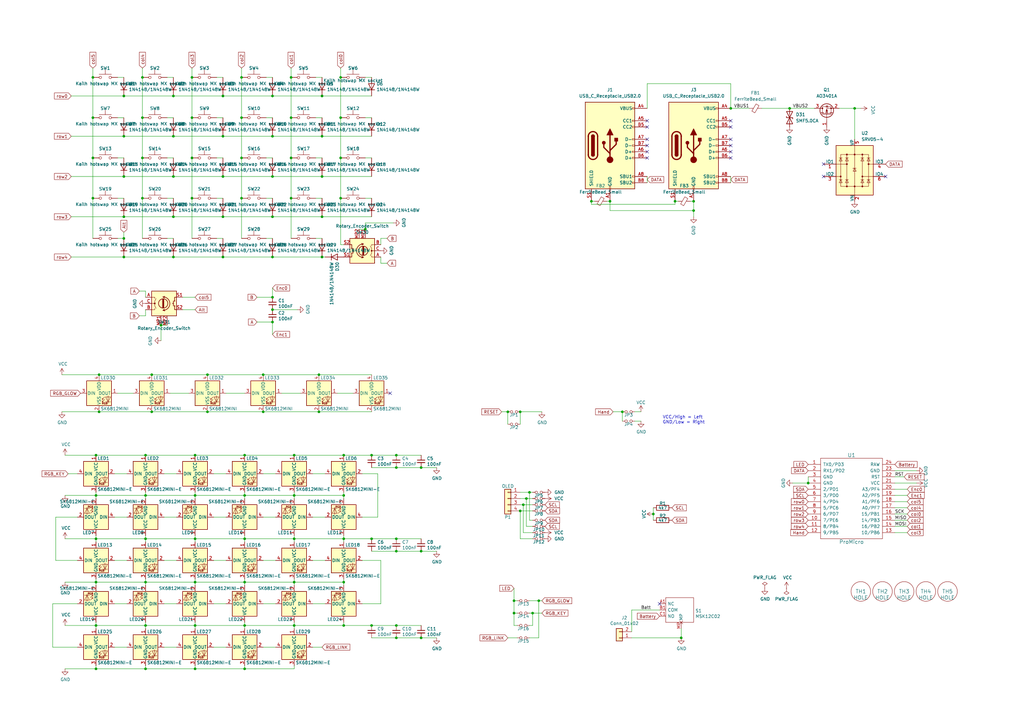
<source format=kicad_sch>
(kicad_sch (version 20211123) (generator eeschema)
  (paper "A3")
  (title_block (title "Lotus 58 Glow") (date "2022-09-14") (rev "v1.24") (company "Markus Knutsson <markus.knutsson@tweety.se>") (comment 1 "https://github.com/TweetyDaBird") (comment 2 "Licensed under CERN-OHL-S v2 or any superseding version"))
  (junction (at 119.38 48.26))
  (junction (at 50.8 97.79))
  (junction (at 59.69 274.32))
  (junction (at 132.08 88.9))
  (junction (at 210.82 246.38))
  (junction (at 59.69 220.98))
  (junction (at 100.33 256.54))
  (junction (at 213.36 209.55))
  (junction (at 85.09 153.67))
  (junction (at 130.81 153.67))
  (junction (at 80.01 220.98))
  (junction (at 91.44 105.41))
  (junction (at 139.7 48.26))
  (junction (at 100.33 203.2))
  (junction (at 58.42 81.28))
  (junction (at 80.01 186.69))
  (junction (at 78.74 81.28))
  (junction (at 210.82 251.46))
  (junction (at 250.19 82.55))
  (junction (at 111.76 132.08))
  (junction (at 162.56 261.62))
  (junction (at 111.76 55.88))
  (junction (at 132.08 55.88))
  (junction (at 39.37 186.69))
  (junction (at 267.97 210.82))
  (junction (at 172.72 261.62))
  (junction (at 85.09 168.91))
  (junction (at 59.69 256.54))
  (junction (at 50.8 105.41))
  (junction (at 162.56 186.69))
  (junction (at 111.76 127))
  (junction (at 80.01 274.32))
  (junction (at 111.76 39.37))
  (junction (at 111.76 72.39))
  (junction (at 66.04 133.35))
  (junction (at 119.38 31.75))
  (junction (at 276.86 82.55))
  (junction (at 58.42 48.26))
  (junction (at 162.56 220.98))
  (junction (at 299.72 44.45))
  (junction (at 99.06 31.75))
  (junction (at 71.12 72.39))
  (junction (at 38.1 48.26))
  (junction (at 140.97 238.76))
  (junction (at 50.8 39.37))
  (junction (at 58.42 31.75))
  (junction (at 149.86 93.98))
  (junction (at 50.8 72.39))
  (junction (at 139.7 64.77))
  (junction (at 71.12 55.88))
  (junction (at 99.06 81.28))
  (junction (at 59.69 186.69))
  (junction (at 39.37 220.98))
  (junction (at 71.12 39.37))
  (junction (at 50.8 88.9))
  (junction (at 107.95 168.91))
  (junction (at 140.97 220.98))
  (junction (at 100.33 186.69))
  (junction (at 58.42 64.77))
  (junction (at 38.1 31.75))
  (junction (at 50.8 55.88))
  (junction (at 162.56 191.77))
  (junction (at 111.76 105.41))
  (junction (at 140.97 256.54))
  (junction (at 39.37 238.76))
  (junction (at 39.37 274.32))
  (junction (at 91.44 55.88))
  (junction (at 208.28 168.91))
  (junction (at 242.57 82.55))
  (junction (at 38.1 64.77))
  (junction (at 279.4 261.62))
  (junction (at 152.4 220.98))
  (junction (at 255.27 168.91))
  (junction (at 71.12 105.41))
  (junction (at 78.74 64.77))
  (junction (at 120.65 256.54))
  (junction (at 120.65 220.98))
  (junction (at 39.37 256.54))
  (junction (at 111.76 88.9))
  (junction (at 59.69 203.2))
  (junction (at 80.01 238.76))
  (junction (at 111.76 121.92))
  (junction (at 120.65 186.69))
  (junction (at 91.44 39.37))
  (junction (at 217.17 201.93))
  (junction (at 132.08 72.39))
  (junction (at 323.85 44.45))
  (junction (at 120.65 203.2))
  (junction (at 284.48 82.55))
  (junction (at 132.08 39.37))
  (junction (at 119.38 64.77))
  (junction (at 132.08 105.41))
  (junction (at 120.65 238.76))
  (junction (at 213.36 168.91))
  (junction (at 172.72 191.77))
  (junction (at 331.47 198.12))
  (junction (at 215.9 204.47))
  (junction (at 140.97 203.2))
  (junction (at 39.37 203.2))
  (junction (at 100.33 220.98))
  (junction (at 78.74 31.75))
  (junction (at 284.48 86.36))
  (junction (at 162.56 226.06))
  (junction (at 214.63 207.01))
  (junction (at 80.01 203.2))
  (junction (at 99.06 64.77))
  (junction (at 78.74 48.26))
  (junction (at 152.4 186.69))
  (junction (at 350.52 44.45))
  (junction (at 162.56 256.54))
  (junction (at 80.01 256.54))
  (junction (at 220.98 246.38))
  (junction (at 99.06 48.26))
  (junction (at 218.44 251.46))
  (junction (at 91.44 72.39))
  (junction (at 40.64 153.67))
  (junction (at 100.33 238.76))
  (junction (at 130.81 168.91))
  (junction (at 139.7 31.75))
  (junction (at 91.44 88.9))
  (junction (at 139.7 81.28))
  (junction (at 62.23 168.91))
  (junction (at 100.33 274.32))
  (junction (at 107.95 153.67))
  (junction (at 62.23 153.67))
  (junction (at 38.1 81.28))
  (junction (at 152.4 256.54))
  (junction (at 140.97 186.69))
  (junction (at 172.72 226.06))
  (junction (at 71.12 88.9))
  (junction (at 119.38 81.28))
  (junction (at 40.64 168.91))
  (junction (at 59.69 238.76))
  (no_connect (at 265.43 62.23))
  (no_connect (at 160.02 161.29))
  (no_connect (at 265.43 52.07))
  (no_connect (at 299.72 64.77))
  (no_connect (at 270.51 247.65))
  (no_connect (at 299.72 59.69))
  (no_connect (at 265.43 57.15))
  (no_connect (at 299.72 52.07))
  (no_connect (at 299.72 62.23))
  (no_connect (at 337.82 67.31))
  (no_connect (at 363.22 72.39))
  (no_connect (at 337.82 72.39))
  (no_connect (at 265.43 59.69))
  (no_connect (at 299.72 49.53))
  (no_connect (at 299.72 57.15))
  (no_connect (at 265.43 49.53))
  (no_connect (at 265.43 64.77))
  (wire (pts (xy 107.95 168.91) (xy 130.81 168.91)))
  (wire (pts (xy 367.03 208.28) (xy 372.11 208.28)))
  (wire (pts (xy 140.97 203.2) (xy 140.97 201.93)))
  (wire (pts (xy 220.98 246.38) (xy 222.25 246.38)))
  (wire (pts (xy 213.36 201.93) (xy 217.17 201.93)))
  (wire (pts (xy 120.65 203.2) (xy 120.65 201.93)))
  (wire (pts (xy 25.4 168.91) (xy 40.64 168.91)))
  (wire (pts (xy 242.57 83.82) (xy 276.86 83.82)))
  (wire (pts (xy 80.01 238.76) (xy 100.33 238.76)))
  (wire (pts (xy 120.65 186.69) (xy 140.97 186.69)))
  (wire (pts (xy 132.08 48.26) (xy 129.54 48.26)))
  (wire (pts (xy 152.4 220.98) (xy 162.56 220.98)))
  (wire (pts (xy 111.76 121.92) (xy 111.76 118.11)))
  (wire (pts (xy 120.65 222.25) (xy 120.65 220.98)))
  (wire (pts (xy 109.22 31.75) (xy 111.76 31.75)))
  (wire (pts (xy 107.95 265.43) (xy 113.03 265.43)))
  (wire (pts (xy 217.17 251.46) (xy 218.44 251.46)))
  (wire (pts (xy 107.95 194.31) (xy 113.03 194.31)))
  (wire (pts (xy 128.27 229.87) (xy 133.35 229.87)))
  (wire (pts (xy 67.31 212.09) (xy 72.39 212.09)))
  (wire (pts (xy 68.58 64.77) (xy 71.12 64.77)))
  (wire (pts (xy 67.31 247.65) (xy 72.39 247.65)))
  (wire (pts (xy 152.4 191.77) (xy 162.56 191.77)))
  (wire (pts (xy 80.01 220.98) (xy 80.01 222.25)))
  (wire (pts (xy 265.43 34.29) (xy 265.43 44.45)))
  (wire (pts (xy 39.37 274.32) (xy 39.37 273.05)))
  (wire (pts (xy 74.93 127) (xy 80.01 127)))
  (wire (pts (xy 152.4 186.69) (xy 162.56 186.69)))
  (wire (pts (xy 130.81 153.67) (xy 152.4 153.67)))
  (wire (pts (xy 59.69 257.81) (xy 59.69 256.54)))
  (wire (pts (xy 152.4 226.06) (xy 162.56 226.06)))
  (wire (pts (xy 140.97 220.98) (xy 140.97 222.25)))
  (wire (pts (xy 46.99 212.09) (xy 52.07 212.09)))
  (wire (pts (xy 128.27 194.31) (xy 133.35 194.31)))
  (wire (pts (xy 120.65 255.27) (xy 120.65 256.54)))
  (wire (pts (xy 21.59 247.65) (xy 21.59 265.43)))
  (wire (pts (xy 162.56 261.62) (xy 172.72 261.62)))
  (wire (pts (xy 31.75 247.65) (xy 21.59 247.65)))
  (wire (pts (xy 87.63 212.09) (xy 92.71 212.09)))
  (wire (pts (xy 29.21 105.41) (xy 50.8 105.41)))
  (wire (pts (xy 152.4 261.62) (xy 162.56 261.62)))
  (wire (pts (xy 217.17 201.93) (xy 217.17 213.36)))
  (wire (pts (xy 87.63 229.87) (xy 92.71 229.87)))
  (wire (pts (xy 156.21 229.87) (xy 156.21 247.65)))
  (wire (pts (xy 68.58 31.75) (xy 71.12 31.75)))
  (wire (pts (xy 59.69 220.98) (xy 80.01 220.98)))
  (wire (pts (xy 278.13 82.55) (xy 276.86 82.55)))
  (wire (pts (xy 270.51 250.19) (xy 259.08 250.19)))
  (wire (pts (xy 80.01 186.69) (xy 100.33 186.69)))
  (wire (pts (xy 50.8 81.28) (xy 48.26 81.28)))
  (wire (pts (xy 105.41 121.92) (xy 111.76 121.92)))
  (wire (pts (xy 91.44 97.79) (xy 88.9 97.79)))
  (wire (pts (xy 87.63 194.31) (xy 92.71 194.31)))
  (wire (pts (xy 172.72 261.62) (xy 179.07 261.62)))
  (wire (pts (xy 25.4 153.67) (xy 40.64 153.67)))
  (wire (pts (xy 132.08 55.88) (xy 152.4 55.88)))
  (wire (pts (xy 78.74 48.26) (xy 78.74 64.77)))
  (wire (pts (xy 210.82 256.54) (xy 212.09 256.54)))
  (wire (pts (xy 162.56 226.06) (xy 172.72 226.06)))
  (wire (pts (xy 39.37 220.98) (xy 26.67 220.98)))
  (wire (pts (xy 120.65 256.54) (xy 140.97 256.54)))
  (wire (pts (xy 38.1 27.94) (xy 38.1 31.75)))
  (wire (pts (xy 208.28 261.62) (xy 212.09 261.62)))
  (wire (pts (xy 88.9 31.75) (xy 91.44 31.75)))
  (wire (pts (xy 132.08 105.41) (xy 133.35 105.41)))
  (wire (pts (xy 99.06 31.75) (xy 99.06 48.26)))
  (wire (pts (xy 59.69 220.98) (xy 59.69 222.25)))
  (wire (pts (xy 99.06 27.94) (xy 99.06 31.75)))
  (wire (pts (xy 26.67 186.69) (xy 39.37 186.69)))
  (wire (pts (xy 259.08 250.19) (xy 259.08 259.08)))
  (wire (pts (xy 78.74 64.77) (xy 78.74 81.28)))
  (wire (pts (xy 27.94 194.31) (xy 31.75 194.31)))
  (wire (pts (xy 46.99 194.31) (xy 52.07 194.31)))
  (wire (pts (xy 39.37 203.2) (xy 39.37 204.47)))
  (wire (pts (xy 80.01 237.49) (xy 80.01 238.76)))
  (wire (pts (xy 217.17 246.38) (xy 220.98 246.38)))
  (wire (pts (xy 242.57 82.55) (xy 243.84 82.55)))
  (wire (pts (xy 210.82 251.46) (xy 212.09 251.46)))
  (wire (pts (xy 29.21 55.88) (xy 50.8 55.88)))
  (wire (pts (xy 50.8 55.88) (xy 71.12 55.88)))
  (wire (pts (xy 59.69 255.27) (xy 59.69 256.54)))
  (wire (pts (xy 48.26 64.77) (xy 50.8 64.77)))
  (wire (pts (xy 78.74 31.75) (xy 78.74 48.26)))
  (wire (pts (xy 80.01 203.2) (xy 59.69 203.2)))
  (wire (pts (xy 31.75 229.87) (xy 22.86 229.87)))
  (wire (pts (xy 331.47 198.12) (xy 325.12 198.12)))
  (wire (pts (xy 115.57 161.29) (xy 123.19 161.29)))
  (wire (pts (xy 100.33 203.2) (xy 100.33 201.93)))
  (wire (pts (xy 39.37 240.03) (xy 39.37 238.76)))
  (wire (pts (xy 71.12 105.41) (xy 91.44 105.41)))
  (wire (pts (xy 367.03 200.66) (xy 372.11 200.66)))
  (wire (pts (xy 111.76 64.77) (xy 109.22 64.77)))
  (wire (pts (xy 50.8 95.25) (xy 50.8 97.79)))
  (wire (pts (xy 39.37 220.98) (xy 39.37 222.25)))
  (wire (pts (xy 218.44 201.93) (xy 217.17 201.93)))
  (wire (pts (xy 284.48 86.36) (xy 250.19 86.36)))
  (wire (pts (xy 149.86 64.77) (xy 152.4 64.77)))
  (wire (pts (xy 218.44 204.47) (xy 215.9 204.47)))
  (wire (pts (xy 213.36 209.55) (xy 218.44 209.55)))
  (wire (pts (xy 284.48 86.36) (xy 284.48 88.9)))
  (wire (pts (xy 78.74 81.28) (xy 78.74 97.79)))
  (wire (pts (xy 80.01 203.2) (xy 100.33 203.2)))
  (wire (pts (xy 46.99 265.43) (xy 52.07 265.43)))
  (wire (pts (xy 299.72 72.39) (xy 299.72 74.93)))
  (wire (pts (xy 158.75 107.95) (xy 156.21 107.95)))
  (wire (pts (xy 100.33 220.98) (xy 100.33 222.25)))
  (wire (pts (xy 39.37 201.93) (xy 39.37 203.2)))
  (wire (pts (xy 66.04 139.7) (xy 66.04 133.35)))
  (wire (pts (xy 350.52 44.45) (xy 350.52 57.15)))
  (wire (pts (xy 71.12 72.39) (xy 91.44 72.39)))
  (wire (pts (xy 284.48 82.55) (xy 284.48 86.36)))
  (wire (pts (xy 50.8 88.9) (xy 71.12 88.9)))
  (wire (pts (xy 331.47 195.58) (xy 331.47 198.12)))
  (wire (pts (xy 99.06 64.77) (xy 99.06 81.28)))
  (wire (pts (xy 156.21 107.95) (xy 156.21 105.41)))
  (wire (pts (xy 111.76 137.16) (xy 111.76 132.08)))
  (wire (pts (xy 299.72 44.45) (xy 299.72 34.29)))
  (wire (pts (xy 74.93 121.92) (xy 80.01 121.92)))
  (wire (pts (xy 130.81 168.91) (xy 152.4 168.91)))
  (wire (pts (xy 119.38 81.28) (xy 119.38 97.79)))
  (wire (pts (xy 85.09 168.91) (xy 107.95 168.91)))
  (wire (pts (xy 39.37 219.71) (xy 39.37 220.98)))
  (wire (pts (xy 57.15 129.54) (xy 59.69 129.54)))
  (wire (pts (xy 161.29 91.44) (xy 149.86 91.44)))
  (wire (pts (xy 78.74 27.94) (xy 78.74 31.75)))
  (wire (pts (xy 367.03 198.12) (xy 375.92 198.12)))
  (wire (pts (xy 71.12 55.88) (xy 91.44 55.88)))
  (wire (pts (xy 119.38 31.75) (xy 119.38 48.26)))
  (wire (pts (xy 59.69 274.32) (xy 39.37 274.32)))
  (wire (pts (xy 99.06 48.26) (xy 99.06 64.77)))
  (wire (pts (xy 85.09 153.67) (xy 107.95 153.67)))
  (wire (pts (xy 92.71 161.29) (xy 100.33 161.29)))
  (wire (pts (xy 218.44 256.54) (xy 217.17 256.54)))
  (wire (pts (xy 149.86 81.28) (xy 152.4 81.28)))
  (wire (pts (xy 100.33 203.2) (xy 120.65 203.2)))
  (wire (pts (xy 21.59 265.43) (xy 31.75 265.43)))
  (wire (pts (xy 62.23 168.91) (xy 85.09 168.91)))
  (wire (pts (xy 218.44 251.46) (xy 222.25 251.46)))
  (wire (pts (xy 139.7 31.75) (xy 139.7 48.26)))
  (wire (pts (xy 210.82 251.46) (xy 210.82 256.54)))
  (wire (pts (xy 69.85 161.29) (xy 77.47 161.29)))
  (wire (pts (xy 140.97 186.69) (xy 152.4 186.69)))
  (wire (pts (xy 367.03 203.2) (xy 372.11 203.2)))
  (wire (pts (xy 100.33 274.32) (xy 80.01 274.32)))
  (wire (pts (xy 109.22 81.28) (xy 111.76 81.28)))
  (wire (pts (xy 119.38 48.26) (xy 119.38 64.77)))
  (wire (pts (xy 80.01 274.32) (xy 80.01 273.05)))
  (wire (pts (xy 71.12 48.26) (xy 68.58 48.26)))
  (wire (pts (xy 100.33 256.54) (xy 100.33 255.27)))
  (wire (pts (xy 220.98 261.62) (xy 220.98 246.38)))
  (wire (pts (xy 140.97 220.98) (xy 152.4 220.98)))
  (wire (pts (xy 367.03 193.04) (xy 375.92 193.04)))
  (wire (pts (xy 67.31 229.87) (xy 72.39 229.87)))
  (wire (pts (xy 91.44 88.9) (xy 111.76 88.9)))
  (wire (pts (xy 80.01 257.81) (xy 80.01 256.54)))
  (wire (pts (xy 323.85 44.45) (xy 334.01 44.45)))
  (wire (pts (xy 208.28 168.91) (xy 208.28 173.99)))
  (wire (pts (xy 119.38 64.77) (xy 119.38 81.28)))
  (wire (pts (xy 148.59 247.65) (xy 156.21 247.65)))
  (wire (pts (xy 100.33 238.76) (xy 120.65 238.76)))
  (wire (pts (xy 58.42 27.94) (xy 58.42 31.75)))
  (wire (pts (xy 26.67 256.54) (xy 39.37 256.54)))
  (wire (pts (xy 66.04 133.35) (xy 68.58 133.35)))
  (wire (pts (xy 99.06 81.28) (xy 99.06 97.79)))
  (wire (pts (xy 147.32 93.98) (xy 149.86 93.98)))
  (wire (pts (xy 48.26 161.29) (xy 54.61 161.29)))
  (wire (pts (xy 265.43 72.39) (xy 265.43 74.93)))
  (wire (pts (xy 100.33 257.81) (xy 100.33 256.54)))
  (wire (pts (xy 29.21 88.9) (xy 50.8 88.9)))
  (wire (pts (xy 46.99 247.65) (xy 52.07 247.65)))
  (wire (pts (xy 132.08 97.79) (xy 129.54 97.79)))
  (wire (pts (xy 210.82 246.38) (xy 212.09 246.38)))
  (wire (pts (xy 88.9 48.26) (xy 91.44 48.26)))
  (wire (pts (xy 140.97 237.49) (xy 140.97 238.76)))
  (wire (pts (xy 107.95 247.65) (xy 113.03 247.65)))
  (wire (pts (xy 111.76 97.79) (xy 109.22 97.79)))
  (wire (pts (xy 80.01 203.2) (xy 80.01 204.47)))
  (wire (pts (xy 120.65 274.32) (xy 100.33 274.32)))
  (wire (pts (xy 26.67 238.76) (xy 39.37 238.76)))
  (wire (pts (xy 140.97 220.98) (xy 140.97 219.71)))
  (wire (pts (xy 100.33 204.47) (xy 100.33 203.2)))
  (wire (pts (xy 149.86 31.75) (xy 152.4 31.75)))
  (wire (pts (xy 140.97 203.2) (xy 140.97 204.47)))
  (wire (pts (xy 262.89 172.72) (xy 260.35 172.72)))
  (wire (pts (xy 120.65 204.47) (xy 120.65 203.2)))
  (wire (pts (xy 210.82 246.38) (xy 210.82 251.46)))
  (wire (pts (xy 367.03 210.82) (xy 372.11 210.82)))
  (wire (pts (xy 107.95 153.67) (xy 130.81 153.67)))
  (wire (pts (xy 87.63 247.65) (xy 92.71 247.65)))
  (wire (pts (xy 57.15 119.38) (xy 59.69 119.38)))
  (wire (pts (xy 105.41 132.08) (xy 111.76 132.08)))
  (wire (pts (xy 59.69 186.69) (xy 80.01 186.69)))
  (wire (pts (xy 248.92 82.55) (xy 250.19 82.55)))
  (wire (pts (xy 120.65 238.76) (xy 140.97 238.76)))
  (wire (pts (xy 255.27 172.72) (xy 255.27 168.91)))
  (wire (pts (xy 80.01 220.98) (xy 80.01 219.71)))
  (wire (pts (xy 111.76 127) (xy 121.92 127)))
  (wire (pts (xy 367.03 215.9) (xy 372.11 215.9)))
  (wire (pts (xy 67.31 265.43) (xy 72.39 265.43)))
  (wire (pts (xy 22.86 229.87) (xy 22.86 212.09)))
  (wire (pts (xy 152.4 256.54) (xy 162.56 256.54)))
  (wire (pts (xy 283.21 82.55) (xy 284.48 82.55)))
  (wire (pts (xy 205.74 168.91) (xy 208.28 168.91)))
  (wire (pts (xy 59.69 129.54) (xy 59.69 127)))
  (wire (pts (xy 50.8 105.41) (xy 71.12 105.41)))
  (wire (pts (xy 87.63 265.43) (xy 92.71 265.43)))
  (wire (pts (xy 59.69 274.32) (xy 59.69 273.05)))
  (wire (pts (xy 132.08 31.75) (xy 129.54 31.75)))
  (wire (pts (xy 39.37 203.2) (xy 26.67 203.2)))
  (wire (pts (xy 91.44 81.28) (xy 88.9 81.28)))
  (wire (pts (xy 111.76 55.88) (xy 132.08 55.88)))
  (wire (pts (xy 279.4 261.62) (xy 279.4 257.81)))
  (wire (pts (xy 132.08 72.39) (xy 152.4 72.39)))
  (wire (pts (xy 59.69 203.2) (xy 59.69 201.93)))
  (wire (pts (xy 367.03 218.44) (xy 372.11 218.44)))
  (wire (pts (xy 39.37 186.69) (xy 59.69 186.69)))
  (wire (pts (xy 29.21 39.37) (xy 50.8 39.37)))
  (wire (pts (xy 149.86 91.44) (xy 149.86 93.98)))
  (wire (pts (xy 242.57 83.82) (xy 242.57 82.55)))
  (wire (pts (xy 139.7 64.77) (xy 139.7 81.28)))
  (wire (pts (xy 120.65 257.81) (xy 120.65 256.54)))
  (wire (pts (xy 267.97 210.82) (xy 267.97 213.36)))
  (wire (pts (xy 251.46 168.91) (xy 255.27 168.91)))
  (wire (pts (xy 213.36 168.91) (xy 213.36 173.99)))
  (wire (pts (xy 152.4 48.26) (xy 149.86 48.26)))
  (wire (pts (xy 39.37 203.2) (xy 59.69 203.2)))
  (wire (pts (xy 100.33 237.49) (xy 100.33 238.76)))
  (wire (pts (xy 59.69 237.49) (xy 59.69 238.76)))
  (wire (pts (xy 120.65 203.2) (xy 140.97 203.2)))
  (wire (pts (xy 140.97 256.54) (xy 140.97 255.27)))
  (wire (pts (xy 91.44 105.41) (xy 111.76 105.41)))
  (wire (pts (xy 210.82 241.3) (xy 210.82 246.38)))
  (wire (pts (xy 111.76 72.39) (xy 132.08 72.39)))
  (wire (pts (xy 100.33 220.98) (xy 120.65 220.98)))
  (wire (pts (xy 120.65 274.32) (xy 120.65 273.05)))
  (wire (pts (xy 367.03 195.58) (xy 370.84 195.58)))
  (wire (pts (xy 250.19 82.55) (xy 250.19 86.36)))
  (wire (pts (xy 312.42 44.45) (xy 323.85 44.45)))
  (wire (pts (xy 120.65 220.98) (xy 120.65 219.71)))
  (wire (pts (xy 62.23 153.67) (xy 85.09 153.67)))
  (wire (pts (xy 140.97 256.54) (xy 152.4 256.54)))
  (wire (pts (xy 267.97 208.28) (xy 267.97 210.82)))
  (wire (pts (xy 148.59 229.87) (xy 156.21 229.87)))
  (wire (pts (xy 154.94 194.31) (xy 154.94 212.09)))
  (wire (pts (xy 91.44 72.39) (xy 111.76 72.39)))
  (wire (pts (xy 80.01 201.93) (xy 80.01 203.2)))
  (wire (pts (xy 162.56 186.69) (xy 172.72 186.69)))
  (wire (pts (xy 91.44 39.37) (xy 111.76 39.37)))
  (wire (pts (xy 58.42 81.28) (xy 58.42 97.79)))
  (wire (pts (xy 59.69 220.98) (xy 59.69 219.71)))
  (wire (pts (xy 59.69 204.47) (xy 59.69 203.2)))
  (wire (pts (xy 276.86 83.82) (xy 276.86 82.55)))
  (wire (pts (xy 162.56 256.54) (xy 172.72 256.54)))
  (wire (pts (xy 80.01 240.03) (xy 80.01 238.76)))
  (wire (pts (xy 132.08 265.43) (xy 128.27 265.43)))
  (wire (pts (xy 67.31 194.31) (xy 72.39 194.31)))
  (wire (pts (xy 158.75 97.79) (xy 156.21 97.79)))
  (wire (pts (xy 120.65 220.98) (xy 140.97 220.98)))
  (wire (pts (xy 222.25 168.91) (xy 213.36 168.91)))
  (wire (pts (xy 80.01 256.54) (xy 80.01 255.27)))
  (wire (pts (xy 71.12 39.37) (xy 91.44 39.37)))
  (wire (pts (xy 46.99 229.87) (xy 52.07 229.87)))
  (wire (pts (xy 299.72 44.45) (xy 307.34 44.45)))
  (wire (pts (xy 39.37 255.27) (xy 39.37 256.54)))
  (wire (pts (xy 260.35 168.91) (xy 262.89 168.91)))
  (wire (pts (xy 38.1 48.26) (xy 38.1 64.77)))
  (wire (pts (xy 148.59 212.09) (xy 154.94 212.09)))
  (wire (pts (xy 128.27 247.65) (xy 133.35 247.65)))
  (wire (pts (xy 39.37 257.81) (xy 39.37 256.54)))
  (wire (pts (xy 80.01 220.98) (xy 100.33 220.98)))
  (wire (pts (xy 59.69 256.54) (xy 80.01 256.54)))
  (wire (pts (xy 38.1 81.28) (xy 38.1 97.79)))
  (wire (pts (xy 59.69 238.76) (xy 80.01 238.76)))
  (wire (pts (xy 107.95 212.09) (xy 113.03 212.09)))
  (wire (pts (xy 119.38 27.94) (xy 119.38 31.75)))
  (wire (pts (xy 299.72 34.29) (xy 265.43 34.29)))
  (wire (pts (xy 139.7 48.26) (xy 139.7 64.77)))
  (wire (pts (xy 350.52 44.45) (xy 353.06 44.45)))
  (wire (pts (xy 139.7 27.94) (xy 139.7 31.75)))
  (wire (pts (xy 139.7 81.28) (xy 139.7 100.33)))
  (wire (pts (xy 80.01 274.32) (xy 59.69 274.32)))
  (wire (pts (xy 132.08 39.37) (xy 152.4 39.37)))
  (wire (pts (xy 100.33 186.69) (xy 120.65 186.69)))
  (wire (pts (xy 100.33 274.32) (xy 100.33 273.05)))
  (wire (pts (xy 50.8 39.37) (xy 71.12 39.37)))
  (wire (pts (xy 214.63 207.01) (xy 218.44 207.01)))
  (wire (pts (xy 132.08 88.9) (xy 152.4 88.9)))
  (wire (pts (xy 100.33 256.54) (xy 120.65 256.54)))
  (wire (pts (xy 71.12 88.9) (xy 91.44 88.9)))
  (wire (pts (xy 120.65 240.03) (xy 120.65 238.76)))
  (wire (pts (xy 71.12 81.28) (xy 68.58 81.28)))
  (wire (pts (xy 22.86 212.09) (xy 31.75 212.09)))
  (wire (pts (xy 217.17 261.62) (xy 220.98 261.62)))
  (wire (pts (xy 39.37 274.32) (xy 26.67 274.32)))
  (wire (pts (xy 215.9 204.47) (xy 215.9 215.9)))
  (wire (pts (xy 214.63 218.44) (xy 214.63 207.01)))
  (wire (pts (xy 162.56 220.98) (xy 172.72 220.98)))
  (wire (pts (xy 40.64 168.91) (xy 62.23 168.91)))
  (wire (pts (xy 39.37 238.76) (xy 59.69 238.76)))
  (wire (pts (xy 213.36 220.98) (xy 218.44 220.98)))
  (wire (pts (xy 213.36 209.55) (xy 213.36 220.98)))
  (wire (pts (xy 58.42 64.77) (xy 58.42 81.28)))
  (wire (pts (xy 156.21 97.79) (xy 156.21 100.33)))
  (wire (pts (xy 107.95 229.87) (xy 113.03 229.87)))
  (wire (pts (xy 132.08 64.77) (xy 129.54 64.77)))
  (wire (pts (xy 139.7 100.33) (xy 140.97 100.33)))
  (wire (pts (xy 71.12 97.79) (xy 68.58 97.79)))
  (wire (pts (xy 213.36 204.47) (xy 215.9 204.47)))
  (wire (pts (xy 50.8 48.26) (xy 48.26 48.26)))
  (wire (pts (xy 344.17 44.45) (xy 350.52 44.45)))
  (wire (pts (xy 367.03 213.36) (xy 372.11 213.36)))
  (wire (pts (xy 218.44 213.36) (xy 217.17 213.36)))
  (wire (pts (xy 218.44 218.44) (xy 214.63 218.44)))
  (wire (pts (xy 100.33 238.76) (xy 100.33 240.03)))
  (wire (pts (xy 111.76 48.26) (xy 109.22 48.26)))
  (wire (pts (xy 88.9 64.77) (xy 91.44 64.77)))
  (wire (pts (xy 138.43 161.29) (xy 144.78 161.29)))
  (wire (pts (xy 50.8 31.75) (xy 48.26 31.75)))
  (wire (pts (xy 148.59 194.31) (xy 154.94 194.31)))
  (wire (pts (xy 172.72 191.77) (xy 179.07 191.77)))
  (wire (pts (xy 80.01 256.54) (xy 100.33 256.54)))
  (wire (pts (xy 120.65 237.49) (xy 120.65 238.76)))
  (wire (pts (xy 111.76 105.41) (xy 132.08 105.41)))
  (wire (pts (xy 50.8 72.39) (xy 71.12 72.39)))
  (wire (pts (xy 132.08 81.28) (xy 129.54 81.28)))
  (wire (pts (xy 111.76 88.9) (xy 132.08 88.9)))
  (wire (pts (xy 39.37 220.98) (xy 59.69 220.98)))
  (wire (pts (xy 58.42 31.75) (xy 58.42 48.26)))
  (wire (pts (xy 29.21 72.39) (xy 50.8 72.39)))
  (wire (pts (xy 59.69 238.76) (xy 59.69 240.03)))
  (wire (pts (xy 39.37 256.54) (xy 59.69 256.54)))
  (wire (pts (xy 100.33 220.98) (xy 100.33 219.71)))
  (wire (pts (xy 259.08 261.62) (xy 279.4 261.62)))
  (wire (pts (xy 172.72 226.06) (xy 179.07 226.06)))
  (wire (pts (xy 91.44 55.88) (xy 111.76 55.88)))
  (wire (pts (xy 59.69 119.38) (xy 59.69 121.92)))
  (wire (pts (xy 215.9 215.9) (xy 218.44 215.9)))
  (wire (pts (xy 39.37 237.49) (xy 39.37 238.76)))
  (wire (pts (xy 367.03 205.74) (xy 372.11 205.74)))
  (wire (pts (xy 40.64 153.67) (xy 62.23 153.67)))
  (wire (pts (xy 162.56 191.77) (xy 172.72 191.77)))
  (wire (pts (xy 48.26 97.79) (xy 50.8 97.79)))
  (wire (pts (xy 213.36 207.01) (xy 214.63 207.01)))
  (wire (pts (xy 140.97 238.76) (xy 140.97 240.03)))
  (wire (pts (xy 38.1 31.75) (xy 38.1 48.26)))
  (wire (pts (xy 111.76 39.37) (xy 132.08 39.37)))
  (wire (pts (xy 218.44 251.46) (xy 218.44 256.54)))
  (wire (pts (xy 58.42 48.26) (xy 58.42 64.77)))
  (wire (pts (xy 38.1 64.77) (xy 38.1 81.28)))
  (wire (pts (xy 128.27 212.09) (xy 133.35 212.09)))
  (text "VCC/High = Left\nGND/Low = Right" (at 271.78 173.99 0) (effects (font (size 1.27 1.27)) (justify left bottom)))
  (label "MOSI" (at 367.03 215.9 0))
  (label "VBUS2" (at 325.12 44.45 0))
  (label "VBUS1" (at 300.99 44.45 0))
  (label "SCK" (at 367.03 210.82 0))
  (label "Batt" (at 262.89 250.19 0))
  (label "RST" (at 367.03 195.58 0))
  (label "MISO" (at 367.03 213.36 0))
  (global_label "A" (shape input) (at 105.41 132.08 180) (property "Intersheet References" "${INTERSHEET_REFS}" (effects hide)))
  (global_label "Alt" (shape input) (at 50.8 95.25 90) (property "Intersheet References" "${INTERSHEET_REFS}" (effects hide)))
  (global_label "col2" (shape input) (at 372.11 213.36 0) (property "Intersheet References" "${INTERSHEET_REFS}" (effects hide)))
  (global_label "RESET" (shape input) (at 205.74 168.91 180) (property "Intersheet References" "${INTERSHEET_REFS}" (effects hide)))
  (global_label "row2" (shape input) (at 331.47 210.82 180) (property "Intersheet References" "${INTERSHEET_REFS}" (effects hide)))
  (global_label "RESET" (shape input) (at 370.84 195.58 0) (property "Intersheet References" "${INTERSHEET_REFS}" (effects hide)))
  (global_label "col4" (shape input) (at 58.42 27.94 90) (property "Intersheet References" "${INTERSHEET_REFS}" (effects hide)))
  (global_label "row1" (shape input) (at 331.47 208.28 180) (property "Intersheet References" "${INTERSHEET_REFS}" (effects hide)))
  (global_label "RGB_GLOW" (shape input) (at 33.02 161.29 180) (property "Intersheet References" "${INTERSHEET_REFS}" (effects hide)))
  (global_label "SCL" (shape input) (at 275.59 208.28 0) (property "Intersheet References" "${INTERSHEET_REFS}" (effects hide)))
  (global_label "Battery" (shape input) (at 367.03 190.5 0) (property "Intersheet References" "${INTERSHEET_REFS}" (effects hide)))
  (global_label "DATA" (shape input) (at 265.43 73.66 0) (property "Intersheet References" "${INTERSHEET_REFS}" (effects hide)))
  (global_label "RGB_GLOW" (shape input) (at 222.25 246.38 0) (property "Intersheet References" "${INTERSHEET_REFS}" (effects hide)))
  (global_label "SDA" (shape input) (at 275.59 213.36 0) (property "Intersheet References" "${INTERSHEET_REFS}" (effects hide)))
  (global_label "Enc1" (shape input) (at 111.76 137.16 0) (property "Intersheet References" "${INTERSHEET_REFS}" (effects hide)))
  (global_label "RGB_KEY" (shape input) (at 222.25 251.46 0) (property "Intersheet References" "${INTERSHEET_REFS}" (effects hide)))
  (global_label "RGB_LINK" (shape input) (at 208.28 261.62 180) (property "Intersheet References" "${INTERSHEET_REFS}" (effects hide)))
  (global_label "row3" (shape input) (at 29.21 88.9 180) (property "Intersheet References" "${INTERSHEET_REFS}" (effects hide)))
  (global_label "SDA" (shape input) (at 223.52 213.36 0) (property "Intersheet References" "${INTERSHEET_REFS}" (effects hide)))
  (global_label "row3" (shape input) (at 331.47 213.36 180) (property "Intersheet References" "${INTERSHEET_REFS}" (effects hide)))
  (global_label "SCL" (shape input) (at 331.47 203.2 180) (property "Intersheet References" "${INTERSHEET_REFS}" (effects hide)))
  (global_label "SDA" (shape input) (at 223.52 209.55 0) (property "Intersheet References" "${INTERSHEET_REFS}" (effects hide)))
  (global_label "Enc0" (shape input) (at 372.11 200.66 0) (property "Intersheet References" "${INTERSHEET_REFS}" (effects hide)))
  (global_label "col4" (shape input) (at 372.11 208.28 0) (property "Intersheet References" "${INTERSHEET_REFS}" (effects hide)))
  (global_label "row1" (shape input) (at 29.21 55.88 180) (property "Intersheet References" "${INTERSHEET_REFS}" (effects hide)))
  (global_label "SCL" (shape input) (at 223.52 215.9 0) (property "Intersheet References" "${INTERSHEET_REFS}" (effects hide)))
  (global_label "RGB_LINK" (shape input) (at 132.08 265.43 0) (property "Intersheet References" "${INTERSHEET_REFS}" (effects hide)))
  (global_label "row2" (shape input) (at 29.21 72.39 180) (property "Intersheet References" "${INTERSHEET_REFS}" (effects hide)))
  (global_label "A" (shape input) (at 57.15 119.38 180) (property "Intersheet References" "${INTERSHEET_REFS}" (effects hide)))
  (global_label "col5" (shape input) (at 80.01 121.92 0) (property "Intersheet References" "${INTERSHEET_REFS}" (effects hide)))
  (global_label "col5" (shape input) (at 38.1 27.94 90) (property "Intersheet References" "${INTERSHEET_REFS}" (effects hide)))
  (global_label "col0" (shape input) (at 372.11 210.82 0) (property "Intersheet References" "${INTERSHEET_REFS}" (effects hide)))
  (global_label "col3" (shape input) (at 78.74 27.94 90) (property "Intersheet References" "${INTERSHEET_REFS}" (effects hide)))
  (global_label "DATA" (shape input) (at 363.22 67.31 0) (property "Intersheet References" "${INTERSHEET_REFS}" (effects hide)))
  (global_label "Battery" (shape input) (at 270.51 252.73 180) (property "Intersheet References" "${INTERSHEET_REFS}" (effects hide)))
  (global_label "LED" (shape input) (at 331.47 190.5 180) (property "Intersheet References" "${INTERSHEET_REFS}" (effects hide)))
  (global_label "DATA" (shape input) (at 299.72 73.66 0) (property "Intersheet References" "${INTERSHEET_REFS}" (effects hide)))
  (global_label "SCL" (shape input) (at 223.52 207.01 0) (property "Intersheet References" "${INTERSHEET_REFS}" (effects hide)))
  (global_label "Hand" (shape input) (at 331.47 218.44 180) (property "Intersheet References" "${INTERSHEET_REFS}" (effects hide)))
  (global_label "A" (shape input) (at 158.75 107.95 0) (property "Intersheet References" "${INTERSHEET_REFS}" (effects hide)))
  (global_label "row0" (shape input) (at 29.21 39.37 180) (property "Intersheet References" "${INTERSHEET_REFS}" (effects hide)))
  (global_label "SDA" (shape input) (at 331.47 200.66 180) (property "Intersheet References" "${INTERSHEET_REFS}" (effects hide)))
  (global_label "RGB_KEY" (shape input) (at 27.94 194.31 180) (property "Intersheet References" "${INTERSHEET_REFS}" (effects hide)))
  (global_label "Alt" (shape input) (at 80.01 127 0) (property "Intersheet References" "${INTERSHEET_REFS}" (effects hide)))
  (global_label "B" (shape input) (at 105.41 121.92 180) (property "Intersheet References" "${INTERSHEET_REFS}" (effects hide)))
  (global_label "col5" (shape input) (at 372.11 205.74 0) (property "Intersheet References" "${INTERSHEET_REFS}" (effects hide)))
  (global_label "Enc0" (shape input) (at 111.76 118.11 0) (property "Intersheet References" "${INTERSHEET_REFS}" (effects hide)))
  (global_label "row4" (shape input) (at 29.21 105.41 180) (property "Intersheet References" "${INTERSHEET_REFS}" (effects hide)))
  (global_label "row0" (shape input) (at 331.47 205.74 180) (property "Intersheet References" "${INTERSHEET_REFS}" (effects hide)))
  (global_label "B" (shape input) (at 57.15 129.54 180) (property "Intersheet References" "${INTERSHEET_REFS}" (effects hide)))
  (global_label "B" (shape input) (at 158.75 97.79 0) (property "Intersheet References" "${INTERSHEET_REFS}" (effects hide)))
  (global_label "col1" (shape input) (at 372.11 215.9 0) (property "Intersheet References" "${INTERSHEET_REFS}" (effects hide)))
  (global_label "col1" (shape input) (at 119.38 27.94 90) (property "Intersheet References" "${INTERSHEET_REFS}" (effects hide)))
  (global_label "col0" (shape input) (at 139.7 27.94 90) (property "Intersheet References" "${INTERSHEET_REFS}" (effects hide)))
  (global_label "Hand" (shape input) (at 251.46 168.91 180) (property "Intersheet References" "${INTERSHEET_REFS}" (effects hide)))
  (global_label "col2" (shape input) (at 99.06 27.94 90) (property "Intersheet References" "${INTERSHEET_REFS}" (effects hide)))
  (global_label "DATA" (shape input) (at 331.47 193.04 180) (property "Intersheet References" "${INTERSHEET_REFS}" (effects hide)))
  (global_label "row4" (shape input) (at 331.47 215.9 180) (property "Intersheet References" "${INTERSHEET_REFS}" (effects hide)))
  (global_label "Enc1" (shape input) (at 372.11 203.2 0) (property "Intersheet References" "${INTERSHEET_REFS}" (effects hide)))
  (global_label "col3" (shape input) (at 372.11 218.44 0) (property "Intersheet References" "${INTERSHEET_REFS}" (effects hide)))
  (global_label "LED" (shape input) (at 210.82 241.3 180) (property "Intersheet References" "${INTERSHEET_REFS}" (effects hide)))
  (symbol (lib_id "keebio:ProMicro") (at 349.25 204.47 0) (unit 1)
    (property "Reference" "U1" (at 349.25 186.69 0) (effects (font (size 1.524 1.524))))
    (property "Value" "ProMicro" (at 349.25 222.25 0) (effects (font (size 1.524 1.524))))
    (property "Footprint" "Keyboard Library:ProMicro_Reversible" (effects hide))
  )
  (symbol (lib_id "Switch:SW_Push") (at 43.18 97.79 0) (unit 1)
    (property "Reference" "SW25" (at 43.18 93.98 0))
    (property "Value" "Kailh hotswap MX socket" (at 43.18 100.33 0))
    (property "Footprint" "keyswitches:Kailh_socket_MX_reversible_RGB" (effects hide))
  )
  (symbol (lib_id "Switch:SW_Push") (at 63.5 97.79 0) (unit 1)
    (property "Reference" "SW26" (at 63.5 93.98 0))
    (property "Value" "Kailh hotswap MX socket" (at 63.5 100.33 0))
    (property "Footprint" "keyswitches:Kailh_socket_MX_reversible_RGB" (effects hide))
  )
  (symbol (lib_id "Switch:SW_Push") (at 43.18 31.75 0) (unit 1)
    (property "Reference" "SW1" (at 43.18 27.94 0))
    (property "Value" "Kailh hotswap MX socket" (at 43.18 34.29 0))
    (property "Footprint" "keyswitches:Kailh_socket_MX_reversible_RGB" (effects hide))
  )
  (symbol (lib_id "Device:D") (at 50.8 35.56 90) (unit 1)
    (property "Reference" "D1" (at 52.8066 34.3916 90) (effects (justify right)))
    (property "Value" "1N4148/1N4148W" (at 52.8066 36.703 90) (effects (justify right)))
    (property "Footprint" "Keyboard Library:Diode_DO35_SOD123" (effects hide))
  )
  (symbol (lib_id "Switch:SW_Push") (at 63.5 31.75 0) (unit 1)
    (property "Reference" "SW2" (at 63.5 27.94 0))
    (property "Value" "Kailh hotswap MX socket" (at 63.5 34.29 0))
    (property "Footprint" "keyswitches:Kailh_socket_MX_reversible_RGB" (effects hide))
  )
  (symbol (lib_id "Device:D") (at 71.12 35.56 90) (unit 1)
    (property "Reference" "D2" (at 73.1266 34.3916 90) (effects (justify right)))
    (property "Value" "1N4148/1N4148W" (at 73.1266 36.703 90) (effects (justify right)))
    (property "Footprint" "Keyboard Library:Diode_DO35_SOD123" (effects hide))
  )
  (symbol (lib_id "Switch:SW_Push") (at 83.82 31.75 0) (unit 1)
    (property "Reference" "SW3" (at 83.82 27.94 0))
    (property "Value" "Kailh hotswap MX socket" (at 83.82 34.29 0))
    (property "Footprint" "keyswitches:Kailh_socket_MX_reversible_RGB" (effects hide))
  )
  (symbol (lib_id "Device:D") (at 91.44 35.56 90) (unit 1)
    (property "Reference" "D3" (at 93.4466 34.3916 90) (effects (justify right)))
    (property "Value" "1N4148/1N4148W" (at 93.4466 36.703 90) (effects (justify right)))
    (property "Footprint" "Keyboard Library:Diode_DO35_SOD123" (effects hide))
  )
  (symbol (lib_id "Switch:SW_Push") (at 104.14 31.75 0) (unit 1)
    (property "Reference" "SW4" (at 104.14 27.94 0))
    (property "Value" "Kailh hotswap MX socket" (at 104.14 34.29 0))
    (property "Footprint" "keyswitches:Kailh_socket_MX_reversible_RGB" (effects hide))
  )
  (symbol (lib_id "Device:D") (at 111.76 35.56 90) (unit 1)
    (property "Reference" "D4" (at 113.7666 34.3916 90) (effects (justify right)))
    (property "Value" "1N4148/1N4148W" (at 113.7666 36.703 90) (effects (justify right)))
    (property "Footprint" "Keyboard Library:Diode_DO35_SOD123" (effects hide))
  )
  (symbol (lib_id "Switch:SW_Push") (at 124.46 31.75 0) (unit 1)
    (property "Reference" "SW5" (at 124.46 27.94 0))
    (property "Value" "Kailh hotswap MX socket" (at 124.46 34.29 0))
    (property "Footprint" "keyswitches:Kailh_socket_MX_reversible_RGB" (effects hide))
  )
  (symbol (lib_id "Device:D") (at 132.08 35.56 90) (unit 1)
    (property "Reference" "D5" (at 134.0866 34.3916 90) (effects (justify right)))
    (property "Value" "1N4148/1N4148W" (at 134.0866 36.703 90) (effects (justify right)))
    (property "Footprint" "Keyboard Library:Diode_DO35_SOD123" (effects hide))
  )
  (symbol (lib_id "Switch:SW_Push") (at 144.78 31.75 0) (unit 1)
    (property "Reference" "SW6" (at 144.78 27.94 0))
    (property "Value" "Kailh hotswap MX socket" (at 144.78 33.02 0))
    (property "Footprint" "keyswitches:Kailh_socket_MX_reversible_RGB" (effects hide))
  )
  (symbol (lib_id "Device:D") (at 152.4 35.56 90) (unit 1)
    (property "Reference" "D6" (at 154.4066 34.3916 90) (effects (justify right)))
    (property "Value" "1N4148/1N4148W" (at 154.4066 36.703 90) (effects (justify right)))
    (property "Footprint" "Keyboard Library:Diode_DO35_SOD123" (effects hide))
  )
  (symbol (lib_id "Switch:SW_Push") (at 63.5 48.26 0) (unit 1)
    (property "Reference" "SW8" (at 63.5 44.45 0))
    (property "Value" "Kailh hotswap MX socket" (at 63.5 50.8 0))
    (property "Footprint" "keyswitches:Kailh_socket_MX_reversible_RGB" (effects hide))
  )
  (symbol (lib_id "Switch:SW_Push") (at 83.82 48.26 0) (unit 1)
    (property "Reference" "SW9" (at 83.82 44.45 0))
    (property "Value" "Kailh hotswap MX socket" (at 83.82 50.8 0))
    (property "Footprint" "keyswitches:Kailh_socket_MX_reversible_RGB" (effects hide))
  )
  (symbol (lib_id "Switch:SW_Push") (at 104.14 48.26 0) (unit 1)
    (property "Reference" "SW10" (at 104.14 44.45 0))
    (property "Value" "Kailh hotswap MX socket" (at 104.14 50.8 0))
    (property "Footprint" "keyswitches:Kailh_socket_MX_reversible_RGB" (effects hide))
  )
  (symbol (lib_id "Switch:SW_Push") (at 124.46 48.26 0) (unit 1)
    (property "Reference" "SW11" (at 124.46 44.45 0))
    (property "Value" "Kailh hotswap MX socket" (at 124.46 50.8 0))
    (property "Footprint" "keyswitches:Kailh_socket_MX_reversible_RGB" (effects hide))
  )
  (symbol (lib_id "Switch:SW_Push") (at 144.78 48.26 0) (unit 1)
    (property "Reference" "SW12" (at 144.78 44.45 0))
    (property "Value" "Kailh hotswap MX socket" (at 144.78 50.8 0))
    (property "Footprint" "keyswitches:Kailh_socket_MX_reversible_RGB" (effects hide))
  )
  (symbol (lib_id "Switch:SW_Push") (at 43.18 48.26 0) (unit 1)
    (property "Reference" "SW7" (at 43.18 44.45 0))
    (property "Value" "Kailh hotswap MX socket" (at 43.18 50.8 0))
    (property "Footprint" "keyswitches:Kailh_socket_MX_reversible_RGB" (effects hide))
  )
  (symbol (lib_id "Device:D") (at 50.8 52.07 90) (unit 1)
    (property "Reference" "D7" (at 52.8066 50.9016 90) (effects (justify right)))
    (property "Value" "1N4148/1N4148W" (at 52.8066 53.213 90) (effects (justify right)))
    (property "Footprint" "Keyboard Library:Diode_DO35_SOD123" (effects hide))
  )
  (symbol (lib_id "Device:D") (at 71.12 52.07 90) (unit 1)
    (property "Reference" "D8" (at 73.1266 50.9016 90) (effects (justify right)))
    (property "Value" "1N4148/1N4148W" (at 73.1266 53.213 90) (effects (justify right)))
    (property "Footprint" "Keyboard Library:Diode_DO35_SOD123" (effects hide))
  )
  (symbol (lib_id "Device:D") (at 91.44 52.07 90) (unit 1)
    (property "Reference" "D9" (at 93.4466 50.9016 90) (effects (justify right)))
    (property "Value" "1N4148/1N4148W" (at 93.4466 53.213 90) (effects (justify right)))
    (property "Footprint" "Keyboard Library:Diode_DO35_SOD123" (effects hide))
  )
  (symbol (lib_id "Device:D") (at 111.76 52.07 90) (unit 1)
    (property "Reference" "D10" (at 113.7666 50.9016 90) (effects (justify right)))
    (property "Value" "1N4148/1N4148W" (at 113.7666 53.213 90) (effects (justify right)))
    (property "Footprint" "Keyboard Library:Diode_DO35_SOD123" (effects hide))
  )
  (symbol (lib_id "Device:D") (at 132.08 52.07 90) (unit 1)
    (property "Reference" "D11" (at 134.0866 50.9016 90) (effects (justify right)))
    (property "Value" "1N4148/1N4148W" (at 134.0866 53.213 90) (effects (justify right)))
    (property "Footprint" "Keyboard Library:Diode_DO35_SOD123" (effects hide))
  )
  (symbol (lib_id "Device:D") (at 152.4 52.07 90) (unit 1)
    (property "Reference" "D12" (at 154.4066 50.9016 90) (effects (justify right)))
    (property "Value" "1N4148/1N4148W" (at 154.4066 53.213 90) (effects (justify right)))
    (property "Footprint" "Keyboard Library:Diode_DO35_SOD123" (effects hide))
  )
  (symbol (lib_id "Switch:SW_Push") (at 43.18 64.77 0) (unit 1)
    (property "Reference" "SW13" (at 43.18 60.96 0))
    (property "Value" "Kailh hotswap MX socket" (at 43.18 67.31 0))
    (property "Footprint" "keyswitches:Kailh_socket_MX_reversible_RGB" (effects hide))
  )
  (symbol (lib_id "Switch:SW_Push") (at 63.5 64.77 0) (unit 1)
    (property "Reference" "SW14" (at 63.5 60.96 0))
    (property "Value" "Kailh hotswap MX socket" (at 63.5 67.31 0))
    (property "Footprint" "keyswitches:Kailh_socket_MX_reversible_RGB" (effects hide))
  )
  (symbol (lib_id "Switch:SW_Push") (at 83.82 64.77 0) (unit 1)
    (property "Reference" "SW15" (at 83.82 60.96 0))
    (property "Value" "Kailh hotswap MX socket" (at 83.82 67.31 0))
    (property "Footprint" "keyswitches:Kailh_socket_MX_reversible_RGB" (effects hide))
  )
  (symbol (lib_id "Switch:SW_Push") (at 104.14 64.77 0) (unit 1)
    (property "Reference" "SW16" (at 104.14 60.96 0))
    (property "Value" "Kailh hotswap MX socket" (at 104.14 67.31 0))
    (property "Footprint" "keyswitches:Kailh_socket_MX_reversible_RGB" (effects hide))
  )
  (symbol (lib_id "Switch:SW_Push") (at 124.46 64.77 0) (unit 1)
    (property "Reference" "SW17" (at 124.46 60.96 0))
    (property "Value" "Kailh hotswap MX socket" (at 124.46 67.31 0))
    (property "Footprint" "keyswitches:Kailh_socket_MX_reversible_RGB" (effects hide))
  )
  (symbol (lib_id "Switch:SW_Push") (at 144.78 64.77 0) (unit 1)
    (property "Reference" "SW18" (at 144.78 60.96 0))
    (property "Value" "Kailh hotswap MX socket" (at 144.78 67.31 0))
    (property "Footprint" "keyswitches:Kailh_socket_MX_reversible_RGB" (effects hide))
  )
  (symbol (lib_id "Device:D") (at 50.8 68.58 90) (unit 1)
    (property "Reference" "D13" (at 52.8066 67.4116 90) (effects (justify right)))
    (property "Value" "1N4148/1N4148W" (at 52.8066 69.723 90) (effects (justify right)))
    (property "Footprint" "Keyboard Library:Diode_DO35_SOD123" (effects hide))
  )
  (symbol (lib_id "Device:D") (at 71.12 68.58 90) (unit 1)
    (property "Reference" "D14" (at 73.1266 67.4116 90) (effects (justify right)))
    (property "Value" "1N4148/1N4148W" (at 73.1266 69.723 90) (effects (justify right)))
    (property "Footprint" "Keyboard Library:Diode_DO35_SOD123" (effects hide))
  )
  (symbol (lib_id "Device:D") (at 91.44 68.58 90) (unit 1)
    (property "Reference" "D15" (at 93.4466 67.4116 90) (effects (justify right)))
    (property "Value" "1N4148/1N4148W" (at 93.4466 69.723 90) (effects (justify right)))
    (property "Footprint" "Keyboard Library:Diode_DO35_SOD123" (effects hide))
  )
  (symbol (lib_id "Device:D") (at 111.76 68.58 90) (unit 1)
    (property "Reference" "D16" (at 113.7666 67.4116 90) (effects (justify right)))
    (property "Value" "1N4148/1N4148W" (at 113.7666 69.723 90) (effects (justify right)))
    (property "Footprint" "Keyboard Library:Diode_DO35_SOD123" (effects hide))
  )
  (symbol (lib_id "Device:D") (at 132.08 68.58 90) (unit 1)
    (property "Reference" "D17" (at 134.0866 67.4116 90) (effects (justify right)))
    (property "Value" "1N4148/1N4148W" (at 134.0866 69.723 90) (effects (justify right)))
    (property "Footprint" "Keyboard Library:Diode_DO35_SOD123" (effects hide))
  )
  (symbol (lib_id "Device:D") (at 152.4 68.58 90) (unit 1)
    (property "Reference" "D18" (at 154.4066 67.4116 90) (effects (justify right)))
    (property "Value" "1N4148/1N4148W" (at 154.4066 69.723 90) (effects (justify right)))
    (property "Footprint" "Keyboard Library:Diode_DO35_SOD123" (effects hide))
  )
  (symbol (lib_id "Switch:SW_Push") (at 83.82 81.28 0) (unit 1)
    (property "Reference" "SW21" (at 83.82 77.47 0))
    (property "Value" "Kailh hotswap MX socket" (at 83.82 83.82 0))
    (property "Footprint" "keyswitches:Kailh_socket_MX_reversible_RGB" (effects hide))
  )
  (symbol (lib_id "Switch:SW_Push") (at 104.14 81.28 0) (unit 1)
    (property "Reference" "SW22" (at 104.14 77.47 0))
    (property "Value" "Kailh hotswap MX socket" (at 104.14 83.82 0))
    (property "Footprint" "keyswitches:Kailh_socket_MX_reversible_RGB" (effects hide))
  )
  (symbol (lib_id "Switch:SW_Push") (at 124.46 81.28 0) (unit 1)
    (property "Reference" "SW23" (at 124.46 77.47 0))
    (property "Value" "Kailh hotswap MX socket" (at 124.46 83.82 0))
    (property "Footprint" "keyswitches:Kailh_socket_MX_reversible_RGB" (effects hide))
  )
  (symbol (lib_id "Switch:SW_Push") (at 144.78 81.28 0) (unit 1)
    (property "Reference" "SW24" (at 144.78 77.47 0))
    (property "Value" "Kailh hotswap MX socket" (at 144.78 83.82 0))
    (property "Footprint" "keyswitches:Kailh_socket_MX_reversible_RGB" (effects hide))
  )
  (symbol (lib_id "Switch:SW_Push") (at 63.5 81.28 0) (unit 1)
    (property "Reference" "SW20" (at 63.5 77.47 0))
    (property "Value" "Kailh hotswap MX socket" (at 63.5 83.82 0))
    (property "Footprint" "keyswitches:Kailh_socket_MX_reversible_RGB" (effects hide))
  )
  (symbol (lib_id "Switch:SW_Push") (at 43.18 81.28 0) (unit 1)
    (property "Reference" "SW19" (at 43.18 77.47 0))
    (property "Value" "Kailh hotswap MX socket" (at 43.18 83.82 0))
    (property "Footprint" "keyswitches:Kailh_socket_MX_reversible_RGB" (effects hide))
  )
  (symbol (lib_id "Device:D") (at 50.8 85.09 90) (unit 1)
    (property "Reference" "D19" (at 52.8066 83.9216 90) (effects (justify right)))
    (property "Value" "1N4148/1N4148W" (at 52.8066 86.233 90) (effects (justify right)))
    (property "Footprint" "Keyboard Library:Diode_DO35_SOD123" (effects hide))
  )
  (symbol (lib_id "Device:D") (at 71.12 85.09 90) (unit 1)
    (property "Reference" "D20" (at 73.1266 83.9216 90) (effects (justify right)))
    (property "Value" "1N4148/1N4148W" (at 73.1266 86.233 90) (effects (justify right)))
    (property "Footprint" "Keyboard Library:Diode_DO35_SOD123" (effects hide))
  )
  (symbol (lib_id "Device:D") (at 91.44 85.09 90) (unit 1)
    (property "Reference" "D21" (at 93.4466 83.9216 90) (effects (justify right)))
    (property "Value" "1N4148/1N4148W" (at 93.4466 86.233 90) (effects (justify right)))
    (property "Footprint" "Keyboard Library:Diode_DO35_SOD123" (effects hide))
  )
  (symbol (lib_id "Device:D") (at 111.76 85.09 90) (unit 1)
    (property "Reference" "D22" (at 113.7666 83.9216 90) (effects (justify right)))
    (property "Value" "1N4148/1N4148W" (at 113.7666 86.233 90) (effects (justify right)))
    (property "Footprint" "Keyboard Library:Diode_DO35_SOD123" (effects hide))
  )
  (symbol (lib_id "Device:D") (at 132.08 85.09 90) (unit 1)
    (property "Reference" "D23" (at 134.0866 83.9216 90) (effects (justify right)))
    (property "Value" "1N4148/1N4148W" (at 134.0866 86.233 90) (effects (justify right)))
    (property "Footprint" "Keyboard Library:Diode_DO35_SOD123" (effects hide))
  )
  (symbol (lib_id "Device:D") (at 152.4 85.09 90) (unit 1)
    (property "Reference" "D24" (at 154.4066 83.9216 90) (effects (justify right)))
    (property "Value" "1N4148/1N4148W" (at 154.4066 86.233 90) (effects (justify right)))
    (property "Footprint" "Keyboard Library:Diode_DO35_SOD123" (effects hide))
  )
  (symbol (lib_id "Switch:SW_Push") (at 83.82 97.79 0) (unit 1)
    (property "Reference" "SW27" (at 83.82 93.98 0))
    (property "Value" "Kailh hotswap MX socket" (at 83.82 100.33 0))
    (property "Footprint" "keyswitches:Kailh_socket_MX_reversible_RGB" (effects hide))
  )
  (symbol (lib_id "Switch:SW_Push") (at 104.14 97.79 0) (unit 1)
    (property "Reference" "SW28" (at 104.14 93.98 0))
    (property "Value" "Kailh hotswap MX socket" (at 104.14 100.33 0))
    (property "Footprint" "keyswitches:Kailh_socket_MX_reversible_RGB" (effects hide))
  )
  (symbol (lib_id "Switch:SW_Push") (at 124.46 97.79 0) (unit 1)
    (property "Reference" "SW29" (at 124.46 93.98 0))
    (property "Value" "Kailh hotswap MX socket" (at 124.46 100.33 0))
    (property "Footprint" "keyswitches:Kailh_socket_MX_reversible_RGB" (effects hide))
  )
  (symbol (lib_id "Device:D") (at 50.8 101.6 90) (unit 1)
    (property "Reference" "D25" (at 52.8066 100.4316 90) (effects (justify right)))
    (property "Value" "1N4148/1N4148W" (at 52.8066 102.743 90) (effects (justify right)))
    (property "Footprint" "Keyboard Library:Diode_DO35_SOD123" (effects hide))
  )
  (symbol (lib_id "Device:D") (at 71.12 101.6 90) (unit 1)
    (property "Reference" "D26" (at 73.1266 100.4316 90) (effects (justify right)))
    (property "Value" "1N4148/1N4148W" (at 73.1266 102.743 90) (effects (justify right)))
    (property "Footprint" "Keyboard Library:Diode_DO35_SOD123" (effects hide))
  )
  (symbol (lib_id "Device:D") (at 91.44 101.6 90) (unit 1)
    (property "Reference" "D27" (at 93.4466 100.4316 90) (effects (justify right)))
    (property "Value" "1N4148/1N4148W" (at 93.4466 102.743 90) (effects (justify right)))
    (property "Footprint" "Keyboard Library:Diode_DO35_SOD123" (effects hide))
  )
  (symbol (lib_id "Device:D") (at 111.76 101.6 90) (unit 1)
    (property "Reference" "D28" (at 113.7666 100.4316 90) (effects (justify right)))
    (property "Value" "1N4148/1N4148W" (at 113.7666 102.743 90) (effects (justify right)))
    (property "Footprint" "Keyboard Library:Diode_DO35_SOD123" (effects hide))
  )
  (symbol (lib_id "Device:D") (at 132.08 101.6 90) (unit 1)
    (property "Reference" "D29" (at 134.0866 100.4316 90) (effects (justify right)))
    (property "Value" "1N4148/1N4148W" (at 134.0866 102.743 90) (effects (justify right)))
    (property "Footprint" "Keyboard Library:Diode_DO35_SOD123" (effects hide))
  )
  (symbol (lib_id "power:VCC") (at 375.92 198.12 270) (unit 1)
    (property "Reference" "#PWR04" (effects hide))
    (property "Value" "VCC" (at 379.73 198.12 0))
  )
  (symbol (lib_id "power:VCC") (at 267.97 210.82 90) (unit 1)
    (property "Reference" "#PWR06" (effects hide))
    (property "Value" "VCC" (at 264.16 210.82 0))
  )
  (symbol (lib_id "Device:R") (at 271.78 213.36 90) (unit 1)
    (property "Reference" "R2" (at 271.78 210.82 90) (effects (justify bottom)))
    (property "Value" "4k7" (at 271.78 213.36 90))
    (property "Footprint" "Resistor_THT:R_Axial_DIN0207_L6.3mm_D2.5mm_P7.62mm_Horizontal" (effects hide))
  )
  (symbol (lib_id "Device:R") (at 271.78 208.28 90) (unit 1)
    (property "Reference" "R1" (at 271.78 205.74 90) (effects (justify bottom)))
    (property "Value" "4k7" (at 271.78 208.28 90))
    (property "Footprint" "Resistor_THT:R_Axial_DIN0207_L6.3mm_D2.5mm_P7.62mm_Horizontal" (effects hide))
  )
  (symbol (lib_id "power:GND") (at 222.25 168.91 0) (unit 1)
    (property "Reference" "#PWR05" (effects hide))
    (property "Value" "GND" (at 222.377 173.3042 0))
  )
  (symbol (lib_id "power:PWR_FLAG") (at 313.69 241.3 0) (unit 1)
    (property "Reference" "#FLG01" (effects hide))
    (property "Value" "PWR_FLAG" (at 313.69 236.8804 0))
  )
  (symbol (lib_id "power:GND") (at 313.69 241.3 0) (unit 1)
    (property "Reference" "#PWR015" (effects hide))
    (property "Value" "GND" (at 313.817 245.6942 0))
  )
  (symbol (lib_id "power:VCC") (at 322.58 241.3 0) (unit 1)
    (property "Reference" "#PWR016" (effects hide))
    (property "Value" "VCC" (at 323.0118 236.9058 0))
  )
  (symbol (lib_id "power:PWR_FLAG") (at 322.58 241.3 180) (unit 1)
    (property "Reference" "#FLG02" (effects hide))
    (property "Value" "PWR_FLAG" (at 322.58 245.6942 0))
  )
  (symbol (lib_id "keebio:Hole") (at 361.95 242.57 0) (unit 1)
    (property "Reference" "TH2" (at 361.95 242.57 0) (effects (font (size 1.524 1.524))))
    (property "Value" "HOLE" (at 361.95 245.11 0) (effects (font (size 1.524 1.524))))
    (property "Footprint" "MountingHole:MountingHole_3.7mm" (effects hide))
  )
  (symbol (lib_id "keebio:Hole") (at 370.84 242.57 0) (unit 1)
    (property "Reference" "TH3" (at 370.84 242.57 0) (effects (font (size 1.524 1.524))))
    (property "Value" "HOLE" (at 370.84 245.11 0) (effects (font (size 1.524 1.524))))
    (property "Footprint" "MountingHole:MountingHole_3.7mm" (effects hide))
  )
  (symbol (lib_id "keebio:Hole") (at 379.73 242.57 0) (unit 1)
    (property "Reference" "TH4" (at 379.73 242.57 0) (effects (font (size 1.524 1.524))))
    (property "Value" "HOLE" (at 379.73 245.11 0) (effects (font (size 1.524 1.524))))
    (property "Footprint" "MountingHole:MountingHole_3.7mm" (effects hide))
  )
  (symbol (lib_id "keebio:Hole") (at 388.62 242.57 0) (unit 1)
    (property "Reference" "TH5" (at 388.62 242.57 0) (effects (font (size 1.524 1.524))))
    (property "Value" "HOLE" (at 388.62 245.11 0) (effects (font (size 1.524 1.524))))
    (property "Footprint" "MountingHole:MountingHole_3.7mm" (effects hide))
  )
  (symbol (lib_id "keebio:Hole") (at 353.06 242.57 0) (unit 1)
    (property "Reference" "TH1" (at 353.06 242.57 0) (effects (font (size 1.524 1.524))))
    (property "Value" "HOLE" (at 353.06 245.11 0) (effects (font (size 1.524 1.524))))
    (property "Footprint" "MountingHole:MountingHole_3.7mm" (effects hide))
  )
  (symbol (lib_id "power:GND") (at 375.92 193.04 90) (unit 1)
    (property "Reference" "#PWR02" (effects hide))
    (property "Value" "GND" (at 379.73 193.04 0))
  )
  (symbol (lib_id "power:GND") (at 325.12 198.12 270) (unit 1)
    (property "Reference" "#PWR03" (effects hide))
    (property "Value" "GND" (at 321.31 198.12 0))
  )
  (symbol (lib_id "Connector_Generic:Conn_01x04") (at 208.28 204.47 0) (mirror y) (unit 1)
    (property "Reference" "P1" (at 208.28 212.09 0))
    (property "Value" "OLED" (at 208.28 199.39 0))
    (property "Footprint" "KiCad-SSD1306-0.91-OLED-4pin-128x32:SSD1306-0.91-OLED-4pin-128x32" (effects hide))
  )
  (symbol (lib_id "power:GND") (at 223.52 201.93 90) (unit 1)
    (property "Reference" "#PWR013" (effects hide))
    (property "Value" "GND" (at 227.33 201.93 90) (effects (justify right)))
  )
  (symbol (lib_id "power:VCC") (at 223.52 204.47 270) (unit 1)
    (property "Reference" "#PWR014" (effects hide))
    (property "Value" "VCC" (at 227.33 204.47 90) (effects (justify left)))
  )
  (symbol (lib_id "Device:Jumper_NO_Small") (at 220.98 201.93 0) (unit 1)
    (property "Reference" "JP5" (at 220.98 203.2 0))
    (property "Value" "Jumper_NO_Small" (effects hide))
    (property "Footprint" "Common Library:Jumper_Mini" (effects hide))
  )
  (symbol (lib_id "Device:Jumper_NO_Small") (at 220.98 204.47 0) (unit 1)
    (property "Reference" "JP6" (at 220.98 205.74 0))
    (property "Value" "Jumper_NO_Small" (effects hide))
    (property "Footprint" "Common Library:Jumper_Mini" (effects hide))
  )
  (symbol (lib_id "Device:Jumper_NO_Small") (at 220.98 207.01 0) (unit 1)
    (property "Reference" "JP7" (at 220.98 208.28 0))
    (property "Value" "Jumper_NO_Small" (effects hide))
    (property "Footprint" "Common Library:Jumper_Mini" (effects hide))
  )
  (symbol (lib_id "Device:Jumper_NO_Small") (at 220.98 209.55 0) (unit 1)
    (property "Reference" "JP8" (at 220.98 210.82 0))
    (property "Value" "Jumper_NO_Small" (effects hide))
    (property "Footprint" "Common Library:Jumper_Mini" (effects hide))
  )
  (symbol (lib_id "power:VCC") (at 223.52 218.44 270) (mirror x) (unit 1)
    (property "Reference" "#PWR017" (effects hide))
    (property "Value" "VCC" (at 227.33 218.44 90) (effects (justify left)))
  )
  (symbol (lib_id "power:GND") (at 223.52 220.98 90) (unit 1)
    (property "Reference" "#PWR018" (effects hide))
    (property "Value" "GND" (at 227.33 220.98 90) (effects (justify right)))
  )
  (symbol (lib_id "Device:Jumper_NO_Small") (at 220.98 213.36 0) (unit 1)
    (property "Reference" "JP9" (at 220.98 214.63 0))
    (property "Value" "Jumper_NO_Small" (effects hide))
    (property "Footprint" "Common Library:Jumper_Mini" (effects hide))
  )
  (symbol (lib_id "Device:Jumper_NO_Small") (at 220.98 215.9 0) (unit 1)
    (property "Reference" "JP10" (at 220.98 217.17 0))
    (property "Value" "Jumper_NO_Small" (effects hide))
    (property "Footprint" "Common Library:Jumper_Mini" (effects hide))
  )
  (symbol (lib_id "Device:Jumper_NO_Small") (at 220.98 218.44 0) (unit 1)
    (property "Reference" "JP11" (at 220.98 219.71 0))
    (property "Value" "Jumper_NO_Small" (effects hide))
    (property "Footprint" "Common Library:Jumper_Mini" (effects hide))
  )
  (symbol (lib_id "Device:Jumper_NO_Small") (at 220.98 220.98 0) (unit 1)
    (property "Reference" "JP12" (at 220.98 222.25 0))
    (property "Value" "Jumper_NO_Small" (effects hide))
    (property "Footprint" "Common Library:Jumper_Mini" (effects hide))
  )
  (symbol (lib_id "Keyboard_Library:SK6812MINI-E") (at 39.37 194.31 0) (unit 1)
    (property "Reference" "LED1" (at 40.005 187.96 0) (effects (justify left)))
    (property "Value" "SK6812MINI-E" (at 40.005 200.66 0) (effects (justify left)))
    (property "Footprint" "kicad-keyboard-parts:MX_SK6812MINI-E_REVERSIBLE" (effects hide))
    (property "Datasheet" "https://cdn-shop.adafruit.com/product-files/2686/SK6812MINI_REV.01-1-2.pdf" (effects hide))
  )
  (symbol (lib_id "power:VCC") (at 26.67 186.69 0) (unit 1)
    (property "Reference" "#PWR019" (effects hide))
    (property "Value" "VCC" (at 27.1018 182.2958 0))
  )
  (symbol (lib_id "power:GND") (at 26.67 203.2 0) (unit 1)
    (property "Reference" "#PWR020" (effects hide))
    (property "Value" "GND" (at 26.797 207.5942 0))
  )
  (symbol (lib_id "power:VCC") (at 26.67 220.98 0) (unit 1)
    (property "Reference" "#PWR021" (effects hide))
    (property "Value" "VCC" (at 27.1018 216.5858 0))
  )
  (symbol (lib_id "power:GND") (at 26.67 238.76 0) (unit 1)
    (property "Reference" "#PWR022" (effects hide))
    (property "Value" "GND" (at 26.797 243.1542 0))
  )
  (symbol (lib_id "power:VCC") (at 26.67 256.54 0) (unit 1)
    (property "Reference" "#PWR023" (effects hide))
    (property "Value" "VCC" (at 27.1018 252.1458 0))
  )
  (symbol (lib_id "power:GND") (at 26.67 274.32 0) (unit 1)
    (property "Reference" "#PWR024" (effects hide))
    (property "Value" "GND" (at 26.797 278.7142 0))
  )
  (symbol (lib_id "Keyboard_Library:Rotary_Encoder_Switch_GND") (at 148.59 102.87 180) (unit 1)
    (property "Reference" "SW30" (at 148.59 95.25 0))
    (property "Value" "Rotary_Encoder_Switch" (at 148.59 92.71 0))
    (property "Footprint" "Keyboard Library:RotaryEncoder_Alps_EC11E-Switch_Vertical_H20_special" (effects hide))
  )
  (symbol (lib_id "Device:Jumper_NO_Small") (at 257.81 168.91 0) (unit 1)
    (property "Reference" "JP3" (at 257.81 170.18 0))
    (property "Value" "LEFT" (effects hide))
    (property "Footprint" "Common Library:Jumper_Mini" (effects hide))
  )
  (symbol (lib_id "Device:Jumper_NO_Small") (at 257.81 172.72 0) (unit 1)
    (property "Reference" "JP4" (at 257.81 173.99 0))
    (property "Value" "RIGHT" (effects hide))
    (property "Footprint" "Common Library:Jumper_Mini" (effects hide))
  )
  (symbol (lib_id "power:GND") (at 262.89 172.72 0) (unit 1)
    (property "Reference" "#PWR010" (effects hide))
    (property "Value" "GND" (at 263.017 177.1142 0))
  )
  (symbol (lib_id "power:VCC") (at 262.89 168.91 0) (unit 1)
    (property "Reference" "#PWR09" (effects hide))
    (property "Value" "VCC" (at 262.89 165.1 0))
  )
  (symbol (lib_id "Device:D") (at 137.16 105.41 0) (unit 1)
    (property "Reference" "D30" (at 138.3284 107.4166 90) (effects (justify right)))
    (property "Value" "1N4148/1N4148W" (at 136.017 107.4166 90) (effects (justify right)))
    (property "Footprint" "Keyboard Library:Diode_DO35_SOD123" (effects hide))
  )
  (symbol (lib_id "Device:C_Small") (at 111.76 124.46 0) (unit 1)
    (property "Reference" "C1" (at 114.0968 123.2916 0) (effects (justify left)))
    (property "Value" "100nF" (at 114.0968 125.603 0) (effects (justify left)))
    (property "Footprint" "Common Library:RESISTOR_Reversible" (effects hide))
  )
  (symbol (lib_id "Device:C_Small") (at 111.76 129.54 0) (unit 1)
    (property "Reference" "C2" (at 114.0968 128.3716 0) (effects (justify left)))
    (property "Value" "100nF" (at 114.0968 130.683 0) (effects (justify left)))
    (property "Footprint" "Common Library:RESISTOR_Reversible" (effects hide))
  )
  (symbol (lib_id "power:GND") (at 121.92 127 90) (unit 1)
    (property "Reference" "#PWR08" (effects hide))
    (property "Value" "GND" (at 126.3142 126.873 0))
  )
  (symbol (lib_id "Keyboard_Library:Rotary_Encoder_Switch_GND") (at 67.31 124.46 0) (unit 1)
    (property "Reference" "SW31" (at 67.31 132.08 0))
    (property "Value" "Rotary_Encoder_Switch" (at 67.31 134.62 0))
    (property "Footprint" "Keyboard Library:RotaryEncoder_Alps_EC11E-Switch_Special" (effects hide))
  )
  (symbol (lib_id "power:GND") (at 156.21 102.87 90) (unit 1)
    (property "Reference" "#PWR07" (effects hide))
    (property "Value" "GND" (at 160.6042 102.743 0))
  )
  (symbol (lib_id "power:GND") (at 59.69 124.46 270) (unit 1)
    (property "Reference" "#PWR01" (effects hide))
    (property "Value" "GND" (at 55.2958 124.587 0))
  )
  (symbol (lib_id "Device:Jumper_NO_Small") (at 210.82 168.91 0) (unit 1)
    (property "Reference" "JP1" (at 210.82 170.18 0))
    (property "Value" "RESET" (effects hide))
    (property "Footprint" "Common Library:Jumper_Mini" (effects hide))
  )
  (symbol (lib_id "Device:Jumper_NO_Small") (at 210.82 173.99 0) (unit 1)
    (property "Reference" "JP2" (at 210.82 175.26 0))
    (property "Value" "RESET" (effects hide))
    (property "Footprint" "Common Library:Jumper_Mini" (effects hide))
  )
  (symbol (lib_id "Keyboard_Library:SK6812MINI-E") (at 59.69 194.31 0) (unit 1)
    (property "Reference" "LED2" (at 60.325 187.96 0) (effects (justify left)))
    (property "Value" "SK6812MINI-E" (at 60.325 200.66 0) (effects (justify left)))
    (property "Footprint" "kicad-keyboard-parts:MX_SK6812MINI-E_REVERSIBLE" (effects hide))
    (property "Datasheet" "https://cdn-shop.adafruit.com/product-files/2686/SK6812MINI_REV.01-1-2.pdf" (effects hide))
  )
  (symbol (lib_id "Keyboard_Library:SK6812MINI-E") (at 80.01 194.31 0) (unit 1)
    (property "Reference" "LED3" (at 80.645 187.96 0) (effects (justify left)))
    (property "Value" "SK6812MINI-E" (at 80.645 200.66 0) (effects (justify left)))
    (property "Footprint" "kicad-keyboard-parts:MX_SK6812MINI-E_REVERSIBLE" (effects hide))
    (property "Datasheet" "https://cdn-shop.adafruit.com/product-files/2686/SK6812MINI_REV.01-1-2.pdf" (effects hide))
  )
  (symbol (lib_id "Keyboard_Library:SK6812MINI-E") (at 100.33 194.31 0) (unit 1)
    (property "Reference" "LED4" (at 100.965 187.96 0) (effects (justify left)))
    (property "Value" "SK6812MINI-E" (at 100.965 200.66 0) (effects (justify left)))
    (property "Footprint" "kicad-keyboard-parts:MX_SK6812MINI-E_REVERSIBLE" (effects hide))
    (property "Datasheet" "https://cdn-shop.adafruit.com/product-files/2686/SK6812MINI_REV.01-1-2.pdf" (effects hide))
  )
  (symbol (lib_id "Keyboard_Library:SK6812MINI-E") (at 120.65 194.31 0) (unit 1)
    (property "Reference" "LED5" (at 121.285 187.96 0) (effects (justify left)))
    (property "Value" "SK6812MINI-E" (at 121.285 200.66 0) (effects (justify left)))
    (property "Footprint" "kicad-keyboard-parts:MX_SK6812MINI-E_REVERSIBLE" (effects hide))
    (property "Datasheet" "https://cdn-shop.adafruit.com/product-files/2686/SK6812MINI_REV.01-1-2.pdf" (effects hide))
  )
  (symbol (lib_id "Keyboard_Library:SK6812MINI-E") (at 140.97 194.31 0) (unit 1)
    (property "Reference" "LED6" (at 141.605 187.96 0) (effects (justify left)))
    (property "Value" "SK6812MINI-E" (at 141.605 200.66 0) (effects (justify left)))
    (property "Footprint" "kicad-keyboard-parts:MX_SK6812MINI-E_REVERSIBLE" (effects hide))
    (property "Datasheet" "https://cdn-shop.adafruit.com/product-files/2686/SK6812MINI_REV.01-1-2.pdf" (effects hide))
  )
  (symbol (lib_id "Keyboard_Library:SK6812MINI-E") (at 140.97 212.09 180) (unit 1)
    (property "Reference" "LED12" (at 140.335 218.44 0) (effects (justify left)))
    (property "Value" "SK6812MINI-E" (at 140.335 205.74 0) (effects (justify left)))
    (property "Footprint" "kicad-keyboard-parts:MX_SK6812MINI-E_REVERSIBLE" (effects hide))
    (property "Datasheet" "https://cdn-shop.adafruit.com/product-files/2686/SK6812MINI_REV.01-1-2.pdf" (effects hide))
  )
  (symbol (lib_id "Keyboard_Library:SK6812MINI-E") (at 120.65 212.09 180) (unit 1)
    (property "Reference" "LED11" (at 120.015 218.44 0) (effects (justify left)))
    (property "Value" "SK6812MINI-E" (at 120.015 205.74 0) (effects (justify left)))
    (property "Footprint" "kicad-keyboard-parts:MX_SK6812MINI-E_REVERSIBLE" (effects hide))
    (property "Datasheet" "https://cdn-shop.adafruit.com/product-files/2686/SK6812MINI_REV.01-1-2.pdf" (effects hide))
  )
  (symbol (lib_id "Keyboard_Library:SK6812MINI-E") (at 100.33 212.09 180) (unit 1)
    (property "Reference" "LED10" (at 99.695 218.44 0) (effects (justify left)))
    (property "Value" "SK6812MINI-E" (at 99.695 205.74 0) (effects (justify left)))
    (property "Footprint" "kicad-keyboard-parts:MX_SK6812MINI-E_REVERSIBLE" (effects hide))
    (property "Datasheet" "https://cdn-shop.adafruit.com/product-files/2686/SK6812MINI_REV.01-1-2.pdf" (effects hide))
  )
  (symbol (lib_id "Keyboard_Library:SK6812MINI-E") (at 80.01 212.09 180) (unit 1)
    (property "Reference" "LED9" (at 79.375 218.44 0) (effects (justify left)))
    (property "Value" "SK6812MINI-E" (at 79.375 205.74 0) (effects (justify left)))
    (property "Footprint" "kicad-keyboard-parts:MX_SK6812MINI-E_REVERSIBLE" (effects hide))
    (property "Datasheet" "https://cdn-shop.adafruit.com/product-files/2686/SK6812MINI_REV.01-1-2.pdf" (effects hide))
  )
  (symbol (lib_id "Keyboard_Library:SK6812MINI-E") (at 59.69 212.09 180) (unit 1)
    (property "Reference" "LED8" (at 59.055 218.44 0) (effects (justify left)))
    (property "Value" "SK6812MINI-E" (at 59.055 205.74 0) (effects (justify left)))
    (property "Footprint" "kicad-keyboard-parts:MX_SK6812MINI-E_REVERSIBLE" (effects hide))
    (property "Datasheet" "https://cdn-shop.adafruit.com/product-files/2686/SK6812MINI_REV.01-1-2.pdf" (effects hide))
  )
  (symbol (lib_id "Keyboard_Library:SK6812MINI-E") (at 39.37 212.09 180) (unit 1)
    (property "Reference" "LED7" (at 38.735 218.44 0) (effects (justify left)))
    (property "Value" "SK6812MINI-E" (at 38.735 205.74 0) (effects (justify left)))
    (property "Footprint" "kicad-keyboard-parts:MX_SK6812MINI-E_REVERSIBLE" (effects hide))
    (property "Datasheet" "https://cdn-shop.adafruit.com/product-files/2686/SK6812MINI_REV.01-1-2.pdf" (effects hide))
  )
  (symbol (lib_id "Keyboard_Library:SK6812MINI-E") (at 39.37 229.87 0) (unit 1)
    (property "Reference" "LED13" (at 40.005 223.52 0) (effects (justify left)))
    (property "Value" "SK6812MINI-E" (at 40.005 236.22 0) (effects (justify left)))
    (property "Footprint" "kicad-keyboard-parts:MX_SK6812MINI-E_REVERSIBLE" (effects hide))
    (property "Datasheet" "https://cdn-shop.adafruit.com/product-files/2686/SK6812MINI_REV.01-1-2.pdf" (effects hide))
  )
  (symbol (lib_id "Keyboard_Library:SK6812MINI-E") (at 59.69 229.87 0) (unit 1)
    (property "Reference" "LED14" (at 60.325 223.52 0) (effects (justify left)))
    (property "Value" "SK6812MINI-E" (at 60.325 236.22 0) (effects (justify left)))
    (property "Footprint" "kicad-keyboard-parts:MX_SK6812MINI-E_REVERSIBLE" (effects hide))
    (property "Datasheet" "https://cdn-shop.adafruit.com/product-files/2686/SK6812MINI_REV.01-1-2.pdf" (effects hide))
  )
  (symbol (lib_id "Keyboard_Library:SK6812MINI-E") (at 80.01 229.87 0) (unit 1)
    (property "Reference" "LED15" (at 80.645 223.52 0) (effects (justify left)))
    (property "Value" "SK6812MINI-E" (at 80.645 236.22 0) (effects (justify left)))
    (property "Footprint" "kicad-keyboard-parts:MX_SK6812MINI-E_REVERSIBLE" (effects hide))
    (property "Datasheet" "https://cdn-shop.adafruit.com/product-files/2686/SK6812MINI_REV.01-1-2.pdf" (effects hide))
  )
  (symbol (lib_id "Keyboard_Library:SK6812MINI-E") (at 100.33 229.87 0) (unit 1)
    (property "Reference" "LED16" (at 100.965 223.52 0) (effects (justify left)))
    (property "Value" "SK6812MINI-E" (at 100.965 236.22 0) (effects (justify left)))
    (property "Footprint" "kicad-keyboard-parts:MX_SK6812MINI-E_REVERSIBLE" (effects hide))
    (property "Datasheet" "https://cdn-shop.adafruit.com/product-files/2686/SK6812MINI_REV.01-1-2.pdf" (effects hide))
  )
  (symbol (lib_id "Keyboard_Library:SK6812MINI-E") (at 120.65 229.87 0) (unit 1)
    (property "Reference" "LED17" (at 121.285 223.52 0) (effects (justify left)))
    (property "Value" "SK6812MINI-E" (at 121.285 236.22 0) (effects (justify left)))
    (property "Footprint" "kicad-keyboard-parts:MX_SK6812MINI-E_REVERSIBLE" (effects hide))
    (property "Datasheet" "https://cdn-shop.adafruit.com/product-files/2686/SK6812MINI_REV.01-1-2.pdf" (effects hide))
  )
  (symbol (lib_id "Keyboard_Library:SK6812MINI-E") (at 140.97 229.87 0) (unit 1)
    (property "Reference" "LED18" (at 141.605 223.52 0) (effects (justify left)))
    (property "Value" "SK6812MINI-E" (at 141.605 236.22 0) (effects (justify left)))
    (property "Footprint" "kicad-keyboard-parts:MX_SK6812MINI-E_REVERSIBLE" (effects hide))
    (property "Datasheet" "https://cdn-shop.adafruit.com/product-files/2686/SK6812MINI_REV.01-1-2.pdf" (effects hide))
  )
  (symbol (lib_id "Keyboard_Library:SK6812MINI-E") (at 140.97 247.65 180) (unit 1)
    (property "Reference" "LED24" (at 140.335 254 0) (effects (justify left)))
    (property "Value" "SK6812MINI-E" (at 140.335 241.3 0) (effects (justify left)))
    (property "Footprint" "kicad-keyboard-parts:MX_SK6812MINI-E_REVERSIBLE" (effects hide))
    (property "Datasheet" "https://cdn-shop.adafruit.com/product-files/2686/SK6812MINI_REV.01-1-2.pdf" (effects hide))
  )
  (symbol (lib_id "Keyboard_Library:SK6812MINI-E") (at 120.65 247.65 180) (unit 1)
    (property "Reference" "LED23" (at 120.015 254 0) (effects (justify left)))
    (property "Value" "SK6812MINI-E" (at 120.015 241.3 0) (effects (justify left)))
    (property "Footprint" "kicad-keyboard-parts:MX_SK6812MINI-E_REVERSIBLE" (effects hide))
    (property "Datasheet" "https://cdn-shop.adafruit.com/product-files/2686/SK6812MINI_REV.01-1-2.pdf" (effects hide))
  )
  (symbol (lib_id "Keyboard_Library:SK6812MINI-E") (at 100.33 247.65 180) (unit 1)
    (property "Reference" "LED22" (at 99.695 254 0) (effects (justify left)))
    (property "Value" "SK6812MINI-E" (at 99.695 241.3 0) (effects (justify left)))
    (property "Footprint" "kicad-keyboard-parts:MX_SK6812MINI-E_REVERSIBLE" (effects hide))
    (property "Datasheet" "https://cdn-shop.adafruit.com/product-files/2686/SK6812MINI_REV.01-1-2.pdf" (effects hide))
  )
  (symbol (lib_id "Keyboard_Library:SK6812MINI-E") (at 80.01 247.65 180) (unit 1)
    (property "Reference" "LED21" (at 79.375 254 0) (effects (justify left)))
    (property "Value" "SK6812MINI-E" (at 79.375 241.3 0) (effects (justify left)))
    (property "Footprint" "kicad-keyboard-parts:MX_SK6812MINI-E_REVERSIBLE" (effects hide))
    (property "Datasheet" "https://cdn-shop.adafruit.com/product-files/2686/SK6812MINI_REV.01-1-2.pdf" (effects hide))
  )
  (symbol (lib_id "Keyboard_Library:SK6812MINI-E") (at 59.69 247.65 180) (unit 1)
    (property "Reference" "LED20" (at 59.055 254 0) (effects (justify left)))
    (property "Value" "SK6812MINI-E" (at 59.055 241.3 0) (effects (justify left)))
    (property "Footprint" "kicad-keyboard-parts:MX_SK6812MINI-E_REVERSIBLE" (effects hide))
    (property "Datasheet" "https://cdn-shop.adafruit.com/product-files/2686/SK6812MINI_REV.01-1-2.pdf" (effects hide))
  )
  (symbol (lib_id "Keyboard_Library:SK6812MINI-E") (at 39.37 247.65 180) (unit 1)
    (property "Reference" "LED19" (at 38.735 254 0) (effects (justify left)))
    (property "Value" "SK6812MINI-E" (at 38.735 241.3 0) (effects (justify left)))
    (property "Footprint" "kicad-keyboard-parts:MX_SK6812MINI-E_REVERSIBLE" (effects hide))
    (property "Datasheet" "https://cdn-shop.adafruit.com/product-files/2686/SK6812MINI_REV.01-1-2.pdf" (effects hide))
  )
  (symbol (lib_id "Keyboard_Library:SK6812MINI-E") (at 39.37 265.43 0) (unit 1)
    (property "Reference" "LED25" (at 40.005 259.08 0) (effects (justify left)))
    (property "Value" "SK6812MINI-E" (at 40.005 271.78 0) (effects (justify left)))
    (property "Footprint" "kicad-keyboard-parts:MX_SK6812MINI-E_REVERSIBLE" (effects hide))
    (property "Datasheet" "https://cdn-shop.adafruit.com/product-files/2686/SK6812MINI_REV.01-1-2.pdf" (effects hide))
  )
  (symbol (lib_id "Keyboard_Library:SK6812MINI-E") (at 59.69 265.43 0) (unit 1)
    (property "Reference" "LED26" (at 60.325 259.08 0) (effects (justify left)))
    (property "Value" "SK6812MINI-E" (at 60.325 271.78 0) (effects (justify left)))
    (property "Footprint" "kicad-keyboard-parts:MX_SK6812MINI-E_REVERSIBLE" (effects hide))
    (property "Datasheet" "https://cdn-shop.adafruit.com/product-files/2686/SK6812MINI_REV.01-1-2.pdf" (effects hide))
  )
  (symbol (lib_id "Keyboard_Library:SK6812MINI-E") (at 80.01 265.43 0) (unit 1)
    (property "Reference" "LED27" (at 80.645 259.08 0) (effects (justify left)))
    (property "Value" "SK6812MINI-E" (at 80.645 271.78 0) (effects (justify left)))
    (property "Footprint" "kicad-keyboard-parts:MX_SK6812MINI-E_REVERSIBLE" (effects hide))
    (property "Datasheet" "https://cdn-shop.adafruit.com/product-files/2686/SK6812MINI_REV.01-1-2.pdf" (effects hide))
  )
  (symbol (lib_id "Keyboard_Library:SK6812MINI-E") (at 100.33 265.43 0) (unit 1)
    (property "Reference" "LED28" (at 100.965 259.08 0) (effects (justify left)))
    (property "Value" "SK6812MINI-E" (at 100.965 271.78 0) (effects (justify left)))
    (property "Footprint" "kicad-keyboard-parts:MX_SK6812MINI-E_REVERSIBLE" (effects hide))
    (property "Datasheet" "https://cdn-shop.adafruit.com/product-files/2686/SK6812MINI_REV.01-1-2.pdf" (effects hide))
  )
  (symbol (lib_id "Keyboard_Library:SK6812MINI-E") (at 120.65 265.43 0) (unit 1)
    (property "Reference" "LED29" (at 121.285 259.08 0) (effects (justify left)))
    (property "Value" "SK6812MINI-E" (at 121.285 271.78 0) (effects (justify left)))
    (property "Footprint" "kicad-keyboard-parts:MX_SK6812MINI-E_REVERSIBLE" (effects hide))
    (property "Datasheet" "https://cdn-shop.adafruit.com/product-files/2686/SK6812MINI_REV.01-1-2.pdf" (effects hide))
  )
  (symbol (lib_id "power:GND") (at 25.4 168.91 0) (unit 1)
    (property "Reference" "#PWR0101" (effects hide))
    (property "Value" "GND" (at 25.527 173.3042 0))
  )
  (symbol (lib_id "power:VCC") (at 25.4 153.67 0) (unit 1)
    (property "Reference" "#PWR0102" (effects hide))
    (property "Value" "VCC" (at 25.8318 149.2758 0))
  )
  (symbol (lib_id "Device:Jumper_NO_Small") (at 214.63 261.62 0) (unit 1)
    (property "Reference" "JP15" (at 214.63 262.89 0))
    (property "Value" "FULL" (effects hide))
    (property "Footprint" "Common Library:Jumper_Mini" (effects hide))
  )
  (symbol (lib_id "LED:SK6812MINI") (at 40.64 161.29 0) (unit 1)
    (property "Reference" "LED30" (at 41.275 154.94 0) (effects (justify left)))
    (property "Value" "SK6812MINI" (at 41.275 167.64 0) (effects (justify left)))
    (property "Footprint" "Keyboard Library:LED_SK6812MINI_PLCC4_3.5x3.5mm_P1.75mm" (effects hide))
    (property "Datasheet" "https://cdn-shop.adafruit.com/product-files/2686/SK6812MINI_REV.01-1-2.pdf" (effects hide))
  )
  (symbol (lib_id "Device:C_Small") (at 152.4 189.23 0) (unit 1)
    (property "Reference" "C3" (at 154.7368 188.0616 0) (effects (justify left)))
    (property "Value" "100nF" (at 154.7368 190.373 0) (effects (justify left)))
    (property "Footprint" "Common Library:RESISTOR_Reversible" (effects hide))
  )
  (symbol (lib_id "Device:C_Small") (at 162.56 189.23 0) (unit 1)
    (property "Reference" "C4" (at 164.8968 188.0616 0) (effects (justify left)))
    (property "Value" "100nF" (at 164.8968 190.373 0) (effects (justify left)))
    (property "Footprint" "Common Library:RESISTOR_Reversible" (effects hide))
  )
  (symbol (lib_id "Device:C_Small") (at 172.72 189.23 0) (unit 1)
    (property "Reference" "C5" (at 175.0568 188.0616 0) (effects (justify left)))
    (property "Value" "100nF" (at 175.0568 190.373 0) (effects (justify left)))
    (property "Footprint" "Common Library:RESISTOR_Reversible" (effects hide))
  )
  (symbol (lib_id "power:GND") (at 179.07 191.77 0) (unit 1)
    (property "Reference" "#PWR0103" (effects hide))
    (property "Value" "GND" (at 179.197 196.1642 0))
  )
  (symbol (lib_id "Device:C_Small") (at 152.4 223.52 0) (unit 1)
    (property "Reference" "C6" (at 154.7368 222.3516 0) (effects (justify left)))
    (property "Value" "100nF" (at 154.7368 224.663 0) (effects (justify left)))
    (property "Footprint" "Common Library:RESISTOR_Reversible" (effects hide))
  )
  (symbol (lib_id "Device:C_Small") (at 162.56 223.52 0) (unit 1)
    (property "Reference" "C7" (at 164.8968 222.3516 0) (effects (justify left)))
    (property "Value" "100nF" (at 164.8968 224.663 0) (effects (justify left)))
    (property "Footprint" "Common Library:RESISTOR_Reversible" (effects hide))
  )
  (symbol (lib_id "Device:C_Small") (at 172.72 223.52 0) (unit 1)
    (property "Reference" "C8" (at 175.0568 222.3516 0) (effects (justify left)))
    (property "Value" "100nF" (at 175.0568 224.663 0) (effects (justify left)))
    (property "Footprint" "Common Library:RESISTOR_Reversible" (effects hide))
  )
  (symbol (lib_id "power:GND") (at 179.07 226.06 0) (unit 1)
    (property "Reference" "#PWR0104" (effects hide))
    (property "Value" "GND" (at 179.197 230.4542 0))
  )
  (symbol (lib_id "Device:C_Small") (at 152.4 259.08 0) (unit 1)
    (property "Reference" "C9" (at 154.7368 257.9116 0) (effects (justify left)))
    (property "Value" "100nF" (at 154.7368 260.223 0) (effects (justify left)))
    (property "Footprint" "Common Library:RESISTOR_Reversible" (effects hide))
  )
  (symbol (lib_id "Device:C_Small") (at 162.56 259.08 0) (unit 1)
    (property "Reference" "C10" (at 164.8968 257.9116 0) (effects (justify left)))
    (property "Value" "100nF" (at 164.8968 260.223 0) (effects (justify left)))
    (property "Footprint" "Common Library:RESISTOR_Reversible" (effects hide))
  )
  (symbol (lib_id "Device:C_Small") (at 172.72 259.08 0) (unit 1)
    (property "Reference" "C11" (at 175.0568 257.9116 0) (effects (justify left)))
    (property "Value" "100nF" (at 175.0568 260.223 0) (effects (justify left)))
    (property "Footprint" "Common Library:RESISTOR_Reversible" (effects hide))
  )
  (symbol (lib_id "power:GND") (at 179.07 261.62 0) (unit 1)
    (property "Reference" "#PWR0105" (effects hide))
    (property "Value" "GND" (at 179.197 266.0142 0))
  )
  (symbol (lib_id "Keyboard_Library:MSK12C02") (at 278.13 251.46 0) (unit 1)
    (property "Reference" "S1" (at 285.1912 250.4948 0) (effects (justify left)))
    (property "Value" "MSK12C02" (at 285.1912 252.8062 0) (effects (justify left)))
    (property "Footprint" "MSK12C02" (effects hide))
    (property "Datasheet" "https://shouhan.en.made-in-china.com/product/xsMEmqgOAXWB/China-Slide-Switch-Msk12c02-Slide-Switch-on-off-2-Position-1p2t-Spdt-Miniature-Horizontal-SMD-7p-Slide-Switch.html" (effects hide))
    (property "Description" "SMD Toggle Switches" (effects hide))
    (property "Height" "1.4" (effects hide))
    (property "Manufacturer_Name" "Shou Han" (effects hide))
    (property "Manufacturer_Part_Number" "MSK12C02" (effects hide))
  )
  (symbol (lib_id "power:GND") (at 279.4 261.62 0) (unit 1)
    (property "Reference" "#PWR0106" (effects hide))
    (property "Value" "GND" (at 279.527 266.0142 0))
  )
  (symbol (lib_id "Connector_Generic:Conn_01x02") (at 254 261.62 180) (unit 1)
    (property "Reference" "J2" (at 256.0828 253.365 0))
    (property "Value" "Conn_01x02" (at 256.0828 255.6764 0))
    (property "Footprint" "Connector_PinHeader_2.54mm:PinHeader_1x02_P2.54mm_Vertical" (effects hide))
  )
  (symbol (lib_id "power:GND") (at 66.04 139.7 270) (unit 1)
    (property "Reference" "#PWR0107" (effects hide))
    (property "Value" "GND" (at 61.6458 139.827 0))
  )
  (symbol (lib_id "power:GND") (at 161.29 91.44 90) (unit 1)
    (property "Reference" "#PWR0108" (effects hide))
    (property "Value" "GND" (at 165.6842 91.313 0))
  )
  (symbol (lib_id "LED:SK6812MINI") (at 62.23 161.29 0) (unit 1)
    (property "Reference" "LED31" (at 62.865 154.94 0) (effects (justify left)))
    (property "Value" "SK6812MINI" (at 62.865 167.64 0) (effects (justify left)))
    (property "Footprint" "Keyboard Library:LED_SK6812MINI_PLCC4_3.5x3.5mm_P1.75mm" (effects hide))
    (property "Datasheet" "https://cdn-shop.adafruit.com/product-files/2686/SK6812MINI_REV.01-1-2.pdf" (effects hide))
  )
  (symbol (lib_id "LED:SK6812MINI") (at 85.09 161.29 0) (unit 1)
    (property "Reference" "LED32" (at 85.725 154.94 0) (effects (justify left)))
    (property "Value" "SK6812MINI" (at 85.725 167.64 0) (effects (justify left)))
    (property "Footprint" "Keyboard Library:LED_SK6812MINI_PLCC4_3.5x3.5mm_P1.75mm" (effects hide))
    (property "Datasheet" "https://cdn-shop.adafruit.com/product-files/2686/SK6812MINI_REV.01-1-2.pdf" (effects hide))
  )
  (symbol (lib_id "LED:SK6812MINI") (at 107.95 161.29 0) (unit 1)
    (property "Reference" "LED33" (at 108.585 154.94 0) (effects (justify left)))
    (property "Value" "SK6812MINI" (at 108.585 167.64 0) (effects (justify left)))
    (property "Footprint" "Keyboard Library:LED_SK6812MINI_PLCC4_3.5x3.5mm_P1.75mm" (effects hide))
    (property "Datasheet" "https://cdn-shop.adafruit.com/product-files/2686/SK6812MINI_REV.01-1-2.pdf" (effects hide))
  )
  (symbol (lib_id "LED:SK6812MINI") (at 130.81 161.29 0) (unit 1)
    (property "Reference" "LED34" (at 131.445 154.94 0) (effects (justify left)))
    (property "Value" "SK6812MINI" (at 131.445 167.64 0) (effects (justify left)))
    (property "Footprint" "Keyboard Library:LED_SK6812MINI_PLCC4_3.5x3.5mm_P1.75mm" (effects hide))
    (property "Datasheet" "https://cdn-shop.adafruit.com/product-files/2686/SK6812MINI_REV.01-1-2.pdf" (effects hide))
  )
  (symbol (lib_id "LED:SK6812MINI") (at 152.4 161.29 0) (unit 1)
    (property "Reference" "LED35" (at 153.035 154.94 0) (effects (justify left)))
    (property "Value" "SK6812MINI" (at 153.035 167.64 0) (effects (justify left)))
    (property "Footprint" "Keyboard Library:LED_SK6812MINI_PLCC4_3.5x3.5mm_P1.75mm" (effects hide))
    (property "Datasheet" "https://cdn-shop.adafruit.com/product-files/2686/SK6812MINI_REV.01-1-2.pdf" (effects hide))
  )
  (symbol (lib_id "Connector:USB_C_Receptacle_USB2.0") (at 250.19 59.69 0) (unit 1)
    (property "Reference" "J1" (at 250.19 36.83 0))
    (property "Value" "USB_C_Receptacle_USB2.0" (at 250.19 39.37 0))
    (property "Footprint" "Keyboard Common:HRO_TYPE-C-31-M-12" (effects hide))
    (property "Datasheet" "https://www.usb.org/sites/default/files/documents/usb_type-c.zip" (effects hide))
  )
  (symbol (lib_id "Device:FerriteBead_Small") (at 246.38 82.55 90) (unit 1)
    (property "Reference" "FB2" (at 246.3419 76.2 90))
    (property "Value" "FerriteBead_Small" (at 246.3419 78.74 90))
    (property "Footprint" "Capacitor_SMD:C_0805_2012Metric_Pad1.18x1.45mm_HandSolder" (effects hide))
  )
  (symbol (lib_id "power:GND") (at 284.48 88.9 0) (unit 1)
    (property "Reference" "#PWR0110" (effects hide))
    (property "Value" "GND" (at 284.48 96.52 90) (effects (justify left)))
  )
  (symbol (lib_id "Transistor_FET:AO3401A") (at 339.09 46.99 90) (unit 1)
    (property "Reference" "Q1" (at 339.09 36.83 90))
    (property "Value" "AO3401A" (at 339.09 39.37 90))
    (property "Footprint" "Package_TO_SOT_SMD:SOT-23" (effects hide))
    (property "Datasheet" "http://www.aosmd.com/pdfs/datasheet/AO3401A.pdf" (effects hide))
  )
  (symbol (lib_id "Device:Jumper_NO_Small") (at 214.63 246.38 0) (unit 1)
    (property "Reference" "JP13" (at 214.63 247.65 0))
    (property "Value" "FULL" (effects hide))
    (property "Footprint" "Common Library:Jumper_Mini" (effects hide))
  )
  (symbol (lib_id "Device:Jumper_NO_Small") (at 214.63 256.54 0) (unit 1)
    (property "Reference" "JP16" (at 214.63 257.81 0))
    (property "Value" "FULL" (effects hide))
    (property "Footprint" "Common Library:Jumper_Mini" (effects hide))
  )
  (symbol (lib_id "power:VCC") (at 353.06 44.45 270) (unit 1)
    (property "Reference" "#PWR0111" (effects hide))
    (property "Value" "VCC" (at 358.14 43.18 0) (effects (justify left)))
  )
  (symbol (lib_id "power:GND") (at 350.52 82.55 0) (unit 1)
    (property "Reference" "#PWR0109" (effects hide))
    (property "Value" "GND" (at 350.647 86.9442 0))
  )
  (symbol (lib_id "power:GND") (at 323.85 52.07 0) (unit 1)
    (property "Reference" "#PWR0112" (effects hide))
    (property "Value" "GND" (at 323.85 59.69 90) (effects (justify left)))
  )
  (symbol (lib_id "Connector:USB_C_Receptacle_USB2.0") (at 284.48 59.69 0) (unit 1)
    (property "Reference" "J3" (at 284.48 36.83 0))
    (property "Value" "USB_C_Receptacle_USB2.0" (at 284.48 39.37 0))
    (property "Footprint" "Keyboard Common:HRO_TYPE-C-31-M-12" (effects hide))
    (property "Datasheet" "https://www.usb.org/sites/default/files/documents/usb_type-c.zip" (effects hide))
  )
  (symbol (lib_id "Device:Jumper_NO_Small") (at 214.63 251.46 0) (unit 1)
    (property "Reference" "JP14" (at 214.63 252.73 0))
    (property "Value" "FULL" (effects hide))
    (property "Footprint" "Common Library:Jumper_Mini" (effects hide))
  )
  (symbol (lib_id "Device:FerriteBead_Small") (at 280.67 82.55 90) (unit 1)
    (property "Reference" "FB3" (at 280.6319 76.2 90))
    (property "Value" "FerriteBead_Small" (at 280.6319 78.74 90))
    (property "Footprint" "Capacitor_SMD:C_0805_2012Metric_Pad1.18x1.45mm_HandSolder" (effects hide))
  )
  (symbol (lib_id "Keyboard Common:SMF5.0CA") (at 323.85 48.26 90) (unit 1)
    (property "Reference" "D31" (at 326.39 46.9899 90) (effects (justify right)))
    (property "Value" "SMF5.0CA" (at 326.39 49.5299 90) (effects (justify right)))
    (property "Footprint" "Diode_SMD:D_SOD-123" (effects hide))
  )
  (symbol (lib_id "Power_Protection:SRV05-4") (at 350.52 69.85 0) (unit 1)
    (property "Reference" "U2" (at 353.2887 54.61 0) (effects (justify left)))
    (property "Value" "SRV05-4" (at 353.2887 57.15 0) (effects (justify left)))
    (property "Footprint" "Package_TO_SOT_SMD:SOT-23-6" (effects hide))
    (property "Datasheet" "http://www.onsemi.com/pub/Collateral/SRV05-4-D.PDF" (effects hide))
  )
  (symbol (lib_id "Device:FerriteBead_Small") (at 309.88 44.45 90) (unit 1)
    (property "Reference" "FB1" (at 309.8419 38.1 90))
    (property "Value" "FerriteBead_Small" (at 309.8419 40.64 90))
    (property "Footprint" "Capacitor_SMD:C_0805_2012Metric_Pad1.18x1.45mm_HandSolder" (effects hide))
  )
  (symbol (lib_id "power:GND") (at 339.09 52.07 0) (unit 1)
    (property "Reference" "#PWR0113" (effects hide))
    (property "Value" "GND" (at 339.09 59.69 90) (effects (justify left)))
  )
)
</source>
